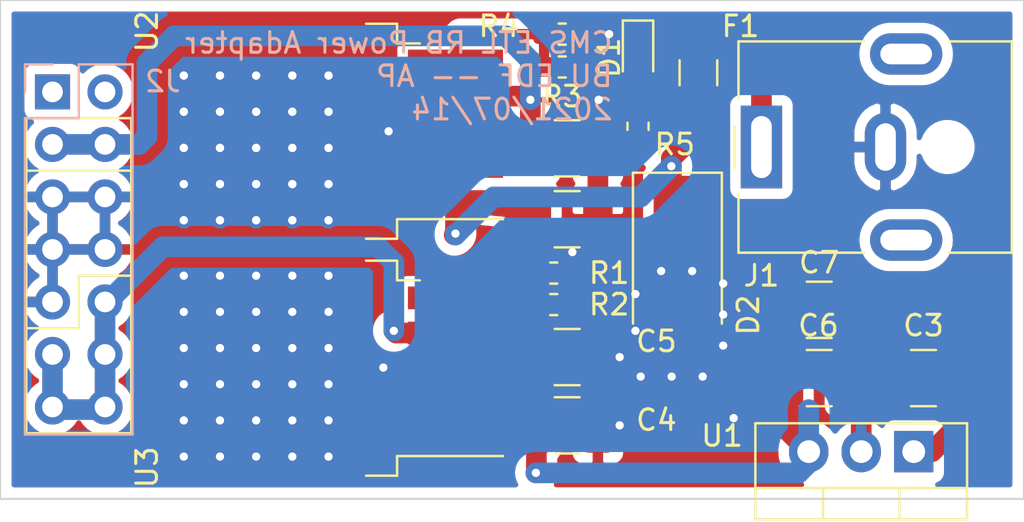
<source format=kicad_pcb>
(kicad_pcb (version 20171130) (host pcbnew 5.1.5+dfsg1-2build2)

  (general
    (thickness 1.6)
    (drawings 19)
    (tracks 233)
    (zones 0)
    (modules 20)
    (nets 12)
  )

  (page A4)
  (layers
    (0 F.Cu signal)
    (31 B.Cu signal hide)
    (32 B.Adhes user hide)
    (33 F.Adhes user hide)
    (34 B.Paste user hide)
    (35 F.Paste user hide)
    (36 B.SilkS user)
    (37 F.SilkS user hide)
    (38 B.Mask user hide)
    (39 F.Mask user hide)
    (40 Dwgs.User user hide)
    (41 Cmts.User user hide)
    (42 Eco1.User user hide)
    (43 Eco2.User user hide)
    (44 Edge.Cuts user hide)
    (45 Margin user hide)
    (46 B.CrtYd user hide)
    (47 F.CrtYd user)
    (48 B.Fab user hide)
    (49 F.Fab user hide)
  )

  (setup
    (last_trace_width 0.5)
    (user_trace_width 0.5)
    (user_trace_width 1)
    (trace_clearance 0.2)
    (zone_clearance 0.508)
    (zone_45_only no)
    (trace_min 0.2)
    (via_size 0.8)
    (via_drill 0.4)
    (via_min_size 0.4)
    (via_min_drill 0.3)
    (uvia_size 0.3)
    (uvia_drill 0.1)
    (uvias_allowed no)
    (uvia_min_size 0.2)
    (uvia_min_drill 0.1)
    (edge_width 0.05)
    (segment_width 0.2)
    (pcb_text_width 0.3)
    (pcb_text_size 1.5 1.5)
    (mod_edge_width 0.12)
    (mod_text_size 1 1)
    (mod_text_width 0.15)
    (pad_size 9.4 10.8)
    (pad_drill 0)
    (pad_to_mask_clearance 0.051)
    (solder_mask_min_width 0.25)
    (aux_axis_origin 0 0)
    (visible_elements FFFFFF7F)
    (pcbplotparams
      (layerselection 0x010fc_ffffffff)
      (usegerberextensions true)
      (usegerberattributes false)
      (usegerberadvancedattributes false)
      (creategerberjobfile false)
      (excludeedgelayer true)
      (linewidth 0.100000)
      (plotframeref false)
      (viasonmask false)
      (mode 1)
      (useauxorigin false)
      (hpglpennumber 1)
      (hpglpenspeed 20)
      (hpglpendiameter 15.000000)
      (psnegative false)
      (psa4output false)
      (plotreference true)
      (plotvalue true)
      (plotinvisibletext false)
      (padsonsilk false)
      (subtractmaskfromsilk false)
      (outputformat 1)
      (mirror false)
      (drillshape 0)
      (scaleselection 1)
      (outputdirectory "gerber/"))
  )

  (net 0 "")
  (net 1 GND)
  (net 2 /3V3)
  (net 3 /1V2)
  (net 4 "Net-(D1-Pad2)")
  (net 5 "Net-(J2-Pad2)")
  (net 6 "Net-(J2-Pad1)")
  (net 7 /9V)
  (net 8 "Net-(R1-Pad1)")
  (net 9 /9V_FUSED)
  (net 10 /8VADJ)
  (net 11 /7.5V)

  (net_class Default "This is the default net class."
    (clearance 0.2)
    (trace_width 0.25)
    (via_dia 0.8)
    (via_drill 0.4)
    (uvia_dia 0.3)
    (uvia_drill 0.1)
    (add_net /1V2)
    (add_net /3V3)
    (add_net /7.5V)
    (add_net /8VADJ)
    (add_net /9V)
    (add_net /9V_FUSED)
    (add_net GND)
    (add_net "Net-(D1-Pad2)")
    (add_net "Net-(J2-Pad1)")
    (add_net "Net-(J2-Pad2)")
    (add_net "Net-(R1-Pad1)")
  )

  (module Capacitor_SMD:C_1210_3225Metric_Pad1.42x2.65mm_HandSolder (layer F.Cu) (tedit 5B301BBE) (tstamp 60EF91C6)
    (at 164.084 102.108)
    (descr "Capacitor SMD 1210 (3225 Metric), square (rectangular) end terminal, IPC_7351 nominal with elongated pad for handsoldering. (Body size source: http://www.tortai-tech.com/upload/download/2011102023233369053.pdf), generated with kicad-footprint-generator")
    (tags "capacitor handsolder")
    (path /60FA38F5)
    (attr smd)
    (fp_text reference C6 (at -0.0365 -2.54) (layer F.SilkS)
      (effects (font (size 1 1) (thickness 0.15)))
    )
    (fp_text value 47uF (at -0.0365 -2.54) (layer F.Fab)
      (effects (font (size 1 1) (thickness 0.15)))
    )
    (fp_text user %R (at 0 0) (layer F.Fab)
      (effects (font (size 0.8 0.8) (thickness 0.12)))
    )
    (fp_line (start 2.45 1.58) (end -2.45 1.58) (layer F.CrtYd) (width 0.05))
    (fp_line (start 2.45 -1.58) (end 2.45 1.58) (layer F.CrtYd) (width 0.05))
    (fp_line (start -2.45 -1.58) (end 2.45 -1.58) (layer F.CrtYd) (width 0.05))
    (fp_line (start -2.45 1.58) (end -2.45 -1.58) (layer F.CrtYd) (width 0.05))
    (fp_line (start -0.602064 1.36) (end 0.602064 1.36) (layer F.SilkS) (width 0.12))
    (fp_line (start -0.602064 -1.36) (end 0.602064 -1.36) (layer F.SilkS) (width 0.12))
    (fp_line (start 1.6 1.25) (end -1.6 1.25) (layer F.Fab) (width 0.1))
    (fp_line (start 1.6 -1.25) (end 1.6 1.25) (layer F.Fab) (width 0.1))
    (fp_line (start -1.6 -1.25) (end 1.6 -1.25) (layer F.Fab) (width 0.1))
    (fp_line (start -1.6 1.25) (end -1.6 -1.25) (layer F.Fab) (width 0.1))
    (pad 2 smd roundrect (at 1.4875 0) (size 1.425 2.65) (layers F.Cu F.Paste F.Mask) (roundrect_rratio 0.175439)
      (net 1 GND))
    (pad 1 smd roundrect (at -1.4875 0) (size 1.425 2.65) (layers F.Cu F.Paste F.Mask) (roundrect_rratio 0.175439)
      (net 2 /3V3))
    (model ${KISYS3DMOD}/Capacitor_SMD.3dshapes/C_1210_3225Metric.wrl
      (at (xyz 0 0 0))
      (scale (xyz 1 1 1))
      (rotate (xyz 0 0 0))
    )
  )

  (module Capacitor_SMD:C_1210_3225Metric_Pad1.42x2.65mm_HandSolder (layer F.Cu) (tedit 5B301BBE) (tstamp 60F06B25)
    (at 164.084 98.806)
    (descr "Capacitor SMD 1210 (3225 Metric), square (rectangular) end terminal, IPC_7351 nominal with elongated pad for handsoldering. (Body size source: http://www.tortai-tech.com/upload/download/2011102023233369053.pdf), generated with kicad-footprint-generator")
    (tags "capacitor handsolder")
    (path /610182FF)
    (attr smd)
    (fp_text reference C7 (at 0 -2.28) (layer F.SilkS)
      (effects (font (size 1 1) (thickness 0.15)))
    )
    (fp_text value 47uF (at 0 2.28) (layer F.Fab)
      (effects (font (size 1 1) (thickness 0.15)))
    )
    (fp_text user %R (at 0 0) (layer F.Fab)
      (effects (font (size 0.8 0.8) (thickness 0.12)))
    )
    (fp_line (start 2.45 1.58) (end -2.45 1.58) (layer F.CrtYd) (width 0.05))
    (fp_line (start 2.45 -1.58) (end 2.45 1.58) (layer F.CrtYd) (width 0.05))
    (fp_line (start -2.45 -1.58) (end 2.45 -1.58) (layer F.CrtYd) (width 0.05))
    (fp_line (start -2.45 1.58) (end -2.45 -1.58) (layer F.CrtYd) (width 0.05))
    (fp_line (start -0.602064 1.36) (end 0.602064 1.36) (layer F.SilkS) (width 0.12))
    (fp_line (start -0.602064 -1.36) (end 0.602064 -1.36) (layer F.SilkS) (width 0.12))
    (fp_line (start 1.6 1.25) (end -1.6 1.25) (layer F.Fab) (width 0.1))
    (fp_line (start 1.6 -1.25) (end 1.6 1.25) (layer F.Fab) (width 0.1))
    (fp_line (start -1.6 -1.25) (end 1.6 -1.25) (layer F.Fab) (width 0.1))
    (fp_line (start -1.6 1.25) (end -1.6 -1.25) (layer F.Fab) (width 0.1))
    (pad 2 smd roundrect (at 1.4875 0) (size 1.425 2.65) (layers F.Cu F.Paste F.Mask) (roundrect_rratio 0.175439)
      (net 1 GND))
    (pad 1 smd roundrect (at -1.4875 0) (size 1.425 2.65) (layers F.Cu F.Paste F.Mask) (roundrect_rratio 0.175439)
      (net 2 /3V3))
    (model ${KISYS3DMOD}/Capacitor_SMD.3dshapes/C_1210_3225Metric.wrl
      (at (xyz 0 0 0))
      (scale (xyz 1 1 1))
      (rotate (xyz 0 0 0))
    )
  )

  (module Diode_SMD:D_SMB_Handsoldering (layer F.Cu) (tedit 590B3D55) (tstamp 60EF7060)
    (at 157.226 96.774 270)
    (descr "Diode SMB (DO-214AA) Handsoldering")
    (tags "Diode SMB (DO-214AA) Handsoldering")
    (path /60B1F2BD)
    (zone_connect 2)
    (attr smd)
    (fp_text reference D2 (at 2.286 -3.429 90) (layer F.SilkS)
      (effects (font (size 1 1) (thickness 0.15)))
    )
    (fp_text value 10V (at 0 3 90) (layer F.Fab)
      (effects (font (size 1 1) (thickness 0.15)))
    )
    (fp_line (start -4.6 -2.15) (end 2.7 -2.15) (layer F.SilkS) (width 0.12))
    (fp_line (start -4.6 2.15) (end 2.7 2.15) (layer F.SilkS) (width 0.12))
    (fp_line (start -0.64944 0.00102) (end 0.50118 -0.79908) (layer F.Fab) (width 0.1))
    (fp_line (start -0.64944 0.00102) (end 0.50118 0.75032) (layer F.Fab) (width 0.1))
    (fp_line (start 0.50118 0.75032) (end 0.50118 -0.79908) (layer F.Fab) (width 0.1))
    (fp_line (start -0.64944 -0.79908) (end -0.64944 0.80112) (layer F.Fab) (width 0.1))
    (fp_line (start 0.50118 0.00102) (end 1.4994 0.00102) (layer F.Fab) (width 0.1))
    (fp_line (start -0.64944 0.00102) (end -1.55114 0.00102) (layer F.Fab) (width 0.1))
    (fp_line (start -4.7 2.25) (end -4.7 -2.25) (layer F.CrtYd) (width 0.05))
    (fp_line (start 4.7 2.25) (end -4.7 2.25) (layer F.CrtYd) (width 0.05))
    (fp_line (start 4.7 -2.25) (end 4.7 2.25) (layer F.CrtYd) (width 0.05))
    (fp_line (start -4.7 -2.25) (end 4.7 -2.25) (layer F.CrtYd) (width 0.05))
    (fp_line (start 2.3 -2) (end -2.3 -2) (layer F.Fab) (width 0.1))
    (fp_line (start 2.3 -2) (end 2.3 2) (layer F.Fab) (width 0.1))
    (fp_line (start -2.3 2) (end -2.3 -2) (layer F.Fab) (width 0.1))
    (fp_line (start 2.3 2) (end -2.3 2) (layer F.Fab) (width 0.1))
    (fp_line (start -4.6 -2.15) (end -4.6 2.15) (layer F.SilkS) (width 0.12))
    (fp_text user %R (at 0 -3 90) (layer F.Fab)
      (effects (font (size 1 1) (thickness 0.15)))
    )
    (pad 2 smd rect (at 2.7 0 270) (size 3.5 2.3) (layers F.Cu F.Paste F.Mask)
      (net 1 GND) (zone_connect 2))
    (pad 1 smd rect (at -2.7 0 270) (size 3.5 2.3) (layers F.Cu F.Paste F.Mask)
      (net 9 /9V_FUSED) (zone_connect 2))
    (model ${KISYS3DMOD}/Diode_SMD.3dshapes/D_SMB.wrl
      (at (xyz 0 0 0))
      (scale (xyz 1 1 1))
      (rotate (xyz 0 0 0))
    )
  )

  (module Package_TO_SOT_SMD:TO-263-5_TabPin3 (layer F.Cu) (tedit 60EF73E0) (tstamp 60EF66BD)
    (at 140.716 90.17 180)
    (descr "TO-263 / D2PAK / DDPAK SMD package, http://www.infineon.com/cms/en/product/packages/PG-TO263/PG-TO263-5-1/")
    (tags "D2PAK DDPAK TO-263 D2PAK-5 TO-263-5 SOT-426")
    (path /60F2A2D3)
    (attr smd)
    (fp_text reference U2 (at 9.144 4.826 90) (layer F.SilkS)
      (effects (font (size 1 1) (thickness 0.15)))
    )
    (fp_text value LT1963EQ (at 1.651 2.54) (layer F.Fab)
      (effects (font (size 1 1) (thickness 0.15)))
    )
    (fp_text user %R (at 1.651 -1.27) (layer F.Fab)
      (effects (font (size 1 1) (thickness 0.15)))
    )
    (fp_line (start 8.32 -5.65) (end -8.32 -5.65) (layer F.CrtYd) (width 0.05))
    (fp_line (start 8.32 5.65) (end 8.32 -5.65) (layer F.CrtYd) (width 0.05))
    (fp_line (start -8.32 5.65) (end 8.32 5.65) (layer F.CrtYd) (width 0.05))
    (fp_line (start -8.32 -5.65) (end -8.32 5.65) (layer F.CrtYd) (width 0.05))
    (fp_line (start -2.95 4.25) (end -4.05 4.25) (layer F.SilkS) (width 0.12))
    (fp_line (start -2.95 5.2) (end -2.95 4.25) (layer F.SilkS) (width 0.12))
    (fp_line (start -1.45 5.2) (end -2.95 5.2) (layer F.SilkS) (width 0.12))
    (fp_line (start -2.95 -4.25) (end -8.075 -4.25) (layer F.SilkS) (width 0.12))
    (fp_line (start -2.95 -5.2) (end -2.95 -4.25) (layer F.SilkS) (width 0.12))
    (fp_line (start -1.45 -5.2) (end -2.95 -5.2) (layer F.SilkS) (width 0.12))
    (fp_line (start -7.45 3.8) (end -2.75 3.8) (layer F.Fab) (width 0.1))
    (fp_line (start -7.45 3) (end -7.45 3.8) (layer F.Fab) (width 0.1))
    (fp_line (start -2.75 3) (end -7.45 3) (layer F.Fab) (width 0.1))
    (fp_line (start -7.45 2.1) (end -2.75 2.1) (layer F.Fab) (width 0.1))
    (fp_line (start -7.45 1.3) (end -7.45 2.1) (layer F.Fab) (width 0.1))
    (fp_line (start -2.75 1.3) (end -7.45 1.3) (layer F.Fab) (width 0.1))
    (fp_line (start -7.45 0.4) (end -2.75 0.4) (layer F.Fab) (width 0.1))
    (fp_line (start -7.45 -0.4) (end -7.45 0.4) (layer F.Fab) (width 0.1))
    (fp_line (start -2.75 -0.4) (end -7.45 -0.4) (layer F.Fab) (width 0.1))
    (fp_line (start -7.45 -1.3) (end -2.75 -1.3) (layer F.Fab) (width 0.1))
    (fp_line (start -7.45 -2.1) (end -7.45 -1.3) (layer F.Fab) (width 0.1))
    (fp_line (start -2.75 -2.1) (end -7.45 -2.1) (layer F.Fab) (width 0.1))
    (fp_line (start -7.45 -3) (end -2.75 -3) (layer F.Fab) (width 0.1))
    (fp_line (start -7.45 -3.8) (end -7.45 -3) (layer F.Fab) (width 0.1))
    (fp_line (start -2.75 -3.8) (end -7.45 -3.8) (layer F.Fab) (width 0.1))
    (fp_line (start -1.75 -5) (end 6.5 -5) (layer F.Fab) (width 0.1))
    (fp_line (start -2.75 -4) (end -1.75 -5) (layer F.Fab) (width 0.1))
    (fp_line (start -2.75 5) (end -2.75 -4) (layer F.Fab) (width 0.1))
    (fp_line (start 6.5 5) (end -2.75 5) (layer F.Fab) (width 0.1))
    (fp_line (start 6.5 -5) (end 6.5 5) (layer F.Fab) (width 0.1))
    (fp_line (start 7.5 5) (end 6.5 5) (layer F.Fab) (width 0.1))
    (fp_line (start 7.5 -5) (end 7.5 5) (layer F.Fab) (width 0.1))
    (fp_line (start 6.5 -5) (end 7.5 -5) (layer F.Fab) (width 0.1))
    (pad "" smd rect (at 0.95 2.775 180) (size 4.55 5.25) (layers F.Paste))
    (pad "" smd rect (at 5.8 -2.775 180) (size 4.55 5.25) (layers F.Paste))
    (pad "" smd rect (at 0.95 -2.775 180) (size 4.55 5.25) (layers F.Paste))
    (pad "" smd rect (at 5.8 2.775 180) (size 4.55 5.25) (layers F.Paste))
    (pad 3 smd rect (at 3.375 0 180) (size 9.4 10.8) (layers F.Cu F.Mask)
      (net 1 GND) (zone_connect 2))
    (pad 5 smd rect (at -5.775 3.4 180) (size 4.6 1.1) (layers F.Cu F.Paste F.Mask)
      (net 10 /8VADJ))
    (pad 4 smd rect (at -5.775 1.7 180) (size 4.6 1.1) (layers F.Cu F.Paste F.Mask)
      (net 11 /7.5V))
    (pad 3 smd rect (at -5.775 0 180) (size 4.6 1.1) (layers F.Cu F.Paste F.Mask)
      (net 1 GND))
    (pad 2 smd rect (at -5.775 -1.7 180) (size 4.6 1.1) (layers F.Cu F.Paste F.Mask)
      (net 9 /9V_FUSED))
    (pad 1 smd rect (at -5.775 -3.4 180) (size 4.6 1.1) (layers F.Cu F.Paste F.Mask)
      (net 9 /9V_FUSED))
    (model ${KISYS3DMOD}/Package_TO_SOT_SMD.3dshapes/TO-263-5_TabPin3.wrl
      (at (xyz 0 0 0))
      (scale (xyz 1 1 1))
      (rotate (xyz 0 0 0))
    )
  )

  (module Capacitor_SMD:C_1210_3225Metric_Pad1.42x2.65mm_HandSolder (layer F.Cu) (tedit 5B301BBE) (tstamp 60EFA488)
    (at 169.1275 102.108 180)
    (descr "Capacitor SMD 1210 (3225 Metric), square (rectangular) end terminal, IPC_7351 nominal with elongated pad for handsoldering. (Body size source: http://www.tortai-tech.com/upload/download/2011102023233369053.pdf), generated with kicad-footprint-generator")
    (tags "capacitor handsolder")
    (path /60F98938)
    (attr smd)
    (fp_text reference C3 (at 0 2.54) (layer F.SilkS)
      (effects (font (size 1 1) (thickness 0.15)))
    )
    (fp_text value 47uF (at 0 2.54) (layer F.Fab)
      (effects (font (size 1 1) (thickness 0.15)))
    )
    (fp_text user %R (at 0 0) (layer F.Fab)
      (effects (font (size 0.8 0.8) (thickness 0.12)))
    )
    (fp_line (start 2.45 1.58) (end -2.45 1.58) (layer F.CrtYd) (width 0.05))
    (fp_line (start 2.45 -1.58) (end 2.45 1.58) (layer F.CrtYd) (width 0.05))
    (fp_line (start -2.45 -1.58) (end 2.45 -1.58) (layer F.CrtYd) (width 0.05))
    (fp_line (start -2.45 1.58) (end -2.45 -1.58) (layer F.CrtYd) (width 0.05))
    (fp_line (start -0.602064 1.36) (end 0.602064 1.36) (layer F.SilkS) (width 0.12))
    (fp_line (start -0.602064 -1.36) (end 0.602064 -1.36) (layer F.SilkS) (width 0.12))
    (fp_line (start 1.6 1.25) (end -1.6 1.25) (layer F.Fab) (width 0.1))
    (fp_line (start 1.6 -1.25) (end 1.6 1.25) (layer F.Fab) (width 0.1))
    (fp_line (start -1.6 -1.25) (end 1.6 -1.25) (layer F.Fab) (width 0.1))
    (fp_line (start -1.6 1.25) (end -1.6 -1.25) (layer F.Fab) (width 0.1))
    (pad 2 smd roundrect (at 1.4875 0 180) (size 1.425 2.65) (layers F.Cu F.Paste F.Mask) (roundrect_rratio 0.175439)
      (net 1 GND))
    (pad 1 smd roundrect (at -1.4875 0 180) (size 1.425 2.65) (layers F.Cu F.Paste F.Mask) (roundrect_rratio 0.175439)
      (net 9 /9V_FUSED))
    (model ${KISYS3DMOD}/Capacitor_SMD.3dshapes/C_1210_3225Metric.wrl
      (at (xyz 0 0 0))
      (scale (xyz 1 1 1))
      (rotate (xyz 0 0 0))
    )
  )

  (module Package_TO_SOT_SMD:TO-263-5_TabPin3 (layer F.Cu) (tedit 60EF73E7) (tstamp 60EF9E1F)
    (at 140.716 101.629 180)
    (descr "TO-263 / D2PAK / DDPAK SMD package, http://www.infineon.com/cms/en/product/packages/PG-TO263/PG-TO263-5-1/")
    (tags "D2PAK DDPAK TO-263 D2PAK-5 TO-263-5 SOT-426")
    (path /60F052C9)
    (attr smd)
    (fp_text reference U3 (at 9.144 -4.797 90) (layer F.SilkS)
      (effects (font (size 1 1) (thickness 0.15)))
    )
    (fp_text value LT1963EQ (at 2.286 2.569) (layer F.Fab)
      (effects (font (size 1 1) (thickness 0.15)))
    )
    (fp_text user %R (at 2.286 -1.241) (layer F.Fab)
      (effects (font (size 1 1) (thickness 0.15)))
    )
    (fp_line (start 8.32 -5.65) (end -8.32 -5.65) (layer F.CrtYd) (width 0.05))
    (fp_line (start 8.32 5.65) (end 8.32 -5.65) (layer F.CrtYd) (width 0.05))
    (fp_line (start -8.32 5.65) (end 8.32 5.65) (layer F.CrtYd) (width 0.05))
    (fp_line (start -8.32 -5.65) (end -8.32 5.65) (layer F.CrtYd) (width 0.05))
    (fp_line (start -2.95 4.25) (end -4.05 4.25) (layer F.SilkS) (width 0.12))
    (fp_line (start -2.95 5.2) (end -2.95 4.25) (layer F.SilkS) (width 0.12))
    (fp_line (start -1.45 5.2) (end -2.95 5.2) (layer F.SilkS) (width 0.12))
    (fp_line (start -2.95 -4.25) (end -8.075 -4.25) (layer F.SilkS) (width 0.12))
    (fp_line (start -2.95 -5.2) (end -2.95 -4.25) (layer F.SilkS) (width 0.12))
    (fp_line (start -1.45 -5.2) (end -2.95 -5.2) (layer F.SilkS) (width 0.12))
    (fp_line (start -7.45 3.8) (end -2.75 3.8) (layer F.Fab) (width 0.1))
    (fp_line (start -7.45 3) (end -7.45 3.8) (layer F.Fab) (width 0.1))
    (fp_line (start -2.75 3) (end -7.45 3) (layer F.Fab) (width 0.1))
    (fp_line (start -7.45 2.1) (end -2.75 2.1) (layer F.Fab) (width 0.1))
    (fp_line (start -7.45 1.3) (end -7.45 2.1) (layer F.Fab) (width 0.1))
    (fp_line (start -2.75 1.3) (end -7.45 1.3) (layer F.Fab) (width 0.1))
    (fp_line (start -7.45 0.4) (end -2.75 0.4) (layer F.Fab) (width 0.1))
    (fp_line (start -7.45 -0.4) (end -7.45 0.4) (layer F.Fab) (width 0.1))
    (fp_line (start -2.75 -0.4) (end -7.45 -0.4) (layer F.Fab) (width 0.1))
    (fp_line (start -7.45 -1.3) (end -2.75 -1.3) (layer F.Fab) (width 0.1))
    (fp_line (start -7.45 -2.1) (end -7.45 -1.3) (layer F.Fab) (width 0.1))
    (fp_line (start -2.75 -2.1) (end -7.45 -2.1) (layer F.Fab) (width 0.1))
    (fp_line (start -7.45 -3) (end -2.75 -3) (layer F.Fab) (width 0.1))
    (fp_line (start -7.45 -3.8) (end -7.45 -3) (layer F.Fab) (width 0.1))
    (fp_line (start -2.75 -3.8) (end -7.45 -3.8) (layer F.Fab) (width 0.1))
    (fp_line (start -1.75 -5) (end 6.5 -5) (layer F.Fab) (width 0.1))
    (fp_line (start -2.75 -4) (end -1.75 -5) (layer F.Fab) (width 0.1))
    (fp_line (start -2.75 5) (end -2.75 -4) (layer F.Fab) (width 0.1))
    (fp_line (start 6.5 5) (end -2.75 5) (layer F.Fab) (width 0.1))
    (fp_line (start 6.5 -5) (end 6.5 5) (layer F.Fab) (width 0.1))
    (fp_line (start 7.5 5) (end 6.5 5) (layer F.Fab) (width 0.1))
    (fp_line (start 7.5 -5) (end 7.5 5) (layer F.Fab) (width 0.1))
    (fp_line (start 6.5 -5) (end 7.5 -5) (layer F.Fab) (width 0.1))
    (pad "" smd rect (at 0.95 2.775 180) (size 4.55 5.25) (layers F.Paste))
    (pad "" smd rect (at 5.8 -2.775 180) (size 4.55 5.25) (layers F.Paste))
    (pad "" smd rect (at 0.95 -2.775 180) (size 4.55 5.25) (layers F.Paste))
    (pad "" smd rect (at 5.8 2.775 180) (size 4.55 5.25) (layers F.Paste))
    (pad 3 smd rect (at 3.375 0 180) (size 9.4 10.8) (layers F.Cu F.Mask)
      (net 1 GND) (zone_connect 2))
    (pad 5 smd rect (at -5.775 3.4 180) (size 4.6 1.1) (layers F.Cu F.Paste F.Mask)
      (net 8 "Net-(R1-Pad1)"))
    (pad 4 smd rect (at -5.775 1.7 180) (size 4.6 1.1) (layers F.Cu F.Paste F.Mask)
      (net 3 /1V2))
    (pad 3 smd rect (at -5.775 0 180) (size 4.6 1.1) (layers F.Cu F.Paste F.Mask)
      (net 1 GND))
    (pad 2 smd rect (at -5.775 -1.7 180) (size 4.6 1.1) (layers F.Cu F.Paste F.Mask)
      (net 2 /3V3))
    (pad 1 smd rect (at -5.775 -3.4 180) (size 4.6 1.1) (layers F.Cu F.Paste F.Mask)
      (net 2 /3V3))
    (model ${KISYS3DMOD}/Package_TO_SOT_SMD.3dshapes/TO-263-5_TabPin3.wrl
      (at (xyz 0 0 0))
      (scale (xyz 1 1 1))
      (rotate (xyz 0 0 0))
    )
  )

  (module Resistor_SMD:R_0603_1608Metric_Pad1.05x0.95mm_HandSolder (layer F.Cu) (tedit 5B301BBD) (tstamp 60EFA6ED)
    (at 151.652 85.471)
    (descr "Resistor SMD 0603 (1608 Metric), square (rectangular) end terminal, IPC_7351 nominal with elongated pad for handsoldering. (Body size source: http://www.tortai-tech.com/upload/download/2011102023233369053.pdf), generated with kicad-footprint-generator")
    (tags "resistor handsolder")
    (path /60F2A2EA)
    (attr smd)
    (fp_text reference R4 (at -3.062 -0.381) (layer F.SilkS)
      (effects (font (size 1 1) (thickness 0.15)))
    )
    (fp_text value 1k (at -2.3 1.905 90) (layer F.Fab)
      (effects (font (size 1 1) (thickness 0.15)))
    )
    (fp_text user %R (at 0 0) (layer F.Fab)
      (effects (font (size 0.4 0.4) (thickness 0.06)))
    )
    (fp_line (start 1.65 0.73) (end -1.65 0.73) (layer F.CrtYd) (width 0.05))
    (fp_line (start 1.65 -0.73) (end 1.65 0.73) (layer F.CrtYd) (width 0.05))
    (fp_line (start -1.65 -0.73) (end 1.65 -0.73) (layer F.CrtYd) (width 0.05))
    (fp_line (start -1.65 0.73) (end -1.65 -0.73) (layer F.CrtYd) (width 0.05))
    (fp_line (start -0.171267 0.51) (end 0.171267 0.51) (layer F.SilkS) (width 0.12))
    (fp_line (start -0.171267 -0.51) (end 0.171267 -0.51) (layer F.SilkS) (width 0.12))
    (fp_line (start 0.8 0.4) (end -0.8 0.4) (layer F.Fab) (width 0.1))
    (fp_line (start 0.8 -0.4) (end 0.8 0.4) (layer F.Fab) (width 0.1))
    (fp_line (start -0.8 -0.4) (end 0.8 -0.4) (layer F.Fab) (width 0.1))
    (fp_line (start -0.8 0.4) (end -0.8 -0.4) (layer F.Fab) (width 0.1))
    (pad 2 smd roundrect (at 0.875 0) (size 1.05 0.95) (layers F.Cu F.Paste F.Mask) (roundrect_rratio 0.25)
      (net 1 GND))
    (pad 1 smd roundrect (at -0.875 0) (size 1.05 0.95) (layers F.Cu F.Paste F.Mask) (roundrect_rratio 0.25)
      (net 10 /8VADJ))
    (model ${KISYS3DMOD}/Resistor_SMD.3dshapes/R_0603_1608Metric.wrl
      (at (xyz 0 0 0))
      (scale (xyz 1 1 1))
      (rotate (xyz 0 0 0))
    )
  )

  (module Resistor_SMD:R_0603_1608Metric_Pad1.05x0.95mm_HandSolder (layer F.Cu) (tedit 5B301BBD) (tstamp 60EF663A)
    (at 151.652 87.0585 180)
    (descr "Resistor SMD 0603 (1608 Metric), square (rectangular) end terminal, IPC_7351 nominal with elongated pad for handsoldering. (Body size source: http://www.tortai-tech.com/upload/download/2011102023233369053.pdf), generated with kicad-footprint-generator")
    (tags "resistor handsolder")
    (path /60F2A2DE)
    (attr smd)
    (fp_text reference R3 (at 0 -1.43) (layer F.SilkS)
      (effects (font (size 1 1) (thickness 0.15)))
    )
    (fp_text value 5.1k (at 2.3 3.2385 90) (layer F.Fab)
      (effects (font (size 1 1) (thickness 0.15)))
    )
    (fp_text user %R (at 0 0) (layer F.Fab)
      (effects (font (size 0.4 0.4) (thickness 0.06)))
    )
    (fp_line (start 1.65 0.73) (end -1.65 0.73) (layer F.CrtYd) (width 0.05))
    (fp_line (start 1.65 -0.73) (end 1.65 0.73) (layer F.CrtYd) (width 0.05))
    (fp_line (start -1.65 -0.73) (end 1.65 -0.73) (layer F.CrtYd) (width 0.05))
    (fp_line (start -1.65 0.73) (end -1.65 -0.73) (layer F.CrtYd) (width 0.05))
    (fp_line (start -0.171267 0.51) (end 0.171267 0.51) (layer F.SilkS) (width 0.12))
    (fp_line (start -0.171267 -0.51) (end 0.171267 -0.51) (layer F.SilkS) (width 0.12))
    (fp_line (start 0.8 0.4) (end -0.8 0.4) (layer F.Fab) (width 0.1))
    (fp_line (start 0.8 -0.4) (end 0.8 0.4) (layer F.Fab) (width 0.1))
    (fp_line (start -0.8 -0.4) (end 0.8 -0.4) (layer F.Fab) (width 0.1))
    (fp_line (start -0.8 0.4) (end -0.8 -0.4) (layer F.Fab) (width 0.1))
    (pad 2 smd roundrect (at 0.875 0 180) (size 1.05 0.95) (layers F.Cu F.Paste F.Mask) (roundrect_rratio 0.25)
      (net 10 /8VADJ))
    (pad 1 smd roundrect (at -0.875 0 180) (size 1.05 0.95) (layers F.Cu F.Paste F.Mask) (roundrect_rratio 0.25)
      (net 11 /7.5V))
    (model ${KISYS3DMOD}/Resistor_SMD.3dshapes/R_0603_1608Metric.wrl
      (at (xyz 0 0 0))
      (scale (xyz 1 1 1))
      (rotate (xyz 0 0 0))
    )
  )

  (module Resistor_SMD:R_0603_1608Metric_Pad1.05x0.95mm_HandSolder (layer F.Cu) (tedit 5B301BBD) (tstamp 60EF6629)
    (at 151.243 98.552 180)
    (descr "Resistor SMD 0603 (1608 Metric), square (rectangular) end terminal, IPC_7351 nominal with elongated pad for handsoldering. (Body size source: http://www.tortai-tech.com/upload/download/2011102023233369053.pdf), generated with kicad-footprint-generator")
    (tags "resistor handsolder")
    (path /60F12BAA)
    (attr smd)
    (fp_text reference R2 (at -2.681 0) (layer F.SilkS)
      (effects (font (size 1 1) (thickness 0.15)))
    )
    (fp_text value 0 (at -2.173 1.524) (layer F.Fab)
      (effects (font (size 1 1) (thickness 0.15)))
    )
    (fp_text user %R (at 0 0) (layer F.Fab)
      (effects (font (size 0.4 0.4) (thickness 0.06)))
    )
    (fp_line (start 1.65 0.73) (end -1.65 0.73) (layer F.CrtYd) (width 0.05))
    (fp_line (start 1.65 -0.73) (end 1.65 0.73) (layer F.CrtYd) (width 0.05))
    (fp_line (start -1.65 -0.73) (end 1.65 -0.73) (layer F.CrtYd) (width 0.05))
    (fp_line (start -1.65 0.73) (end -1.65 -0.73) (layer F.CrtYd) (width 0.05))
    (fp_line (start -0.171267 0.51) (end 0.171267 0.51) (layer F.SilkS) (width 0.12))
    (fp_line (start -0.171267 -0.51) (end 0.171267 -0.51) (layer F.SilkS) (width 0.12))
    (fp_line (start 0.8 0.4) (end -0.8 0.4) (layer F.Fab) (width 0.1))
    (fp_line (start 0.8 -0.4) (end 0.8 0.4) (layer F.Fab) (width 0.1))
    (fp_line (start -0.8 -0.4) (end 0.8 -0.4) (layer F.Fab) (width 0.1))
    (fp_line (start -0.8 0.4) (end -0.8 -0.4) (layer F.Fab) (width 0.1))
    (pad 2 smd roundrect (at 0.875 0 180) (size 1.05 0.95) (layers F.Cu F.Paste F.Mask) (roundrect_rratio 0.25)
      (net 8 "Net-(R1-Pad1)"))
    (pad 1 smd roundrect (at -0.875 0 180) (size 1.05 0.95) (layers F.Cu F.Paste F.Mask) (roundrect_rratio 0.25)
      (net 3 /1V2))
    (model ${KISYS3DMOD}/Resistor_SMD.3dshapes/R_0603_1608Metric.wrl
      (at (xyz 0 0 0))
      (scale (xyz 1 1 1))
      (rotate (xyz 0 0 0))
    )
  )

  (module Resistor_SMD:R_0603_1608Metric_Pad1.05x0.95mm_HandSolder (layer F.Cu) (tedit 5B301BBD) (tstamp 60EF6618)
    (at 151.243 97.028)
    (descr "Resistor SMD 0603 (1608 Metric), square (rectangular) end terminal, IPC_7351 nominal with elongated pad for handsoldering. (Body size source: http://www.tortai-tech.com/upload/download/2011102023233369053.pdf), generated with kicad-footprint-generator")
    (tags "resistor handsolder")
    (path /60F13269)
    (attr smd)
    (fp_text reference R1 (at 2.681 0) (layer F.SilkS)
      (effects (font (size 1 1) (thickness 0.15)))
    )
    (fp_text value 1G (at 2.681 1.43) (layer F.Fab)
      (effects (font (size 1 1) (thickness 0.15)))
    )
    (fp_text user %R (at 0 0) (layer F.Fab)
      (effects (font (size 0.4 0.4) (thickness 0.06)))
    )
    (fp_line (start 1.65 0.73) (end -1.65 0.73) (layer F.CrtYd) (width 0.05))
    (fp_line (start 1.65 -0.73) (end 1.65 0.73) (layer F.CrtYd) (width 0.05))
    (fp_line (start -1.65 -0.73) (end 1.65 -0.73) (layer F.CrtYd) (width 0.05))
    (fp_line (start -1.65 0.73) (end -1.65 -0.73) (layer F.CrtYd) (width 0.05))
    (fp_line (start -0.171267 0.51) (end 0.171267 0.51) (layer F.SilkS) (width 0.12))
    (fp_line (start -0.171267 -0.51) (end 0.171267 -0.51) (layer F.SilkS) (width 0.12))
    (fp_line (start 0.8 0.4) (end -0.8 0.4) (layer F.Fab) (width 0.1))
    (fp_line (start 0.8 -0.4) (end 0.8 0.4) (layer F.Fab) (width 0.1))
    (fp_line (start -0.8 -0.4) (end 0.8 -0.4) (layer F.Fab) (width 0.1))
    (fp_line (start -0.8 0.4) (end -0.8 -0.4) (layer F.Fab) (width 0.1))
    (pad 2 smd roundrect (at 0.875 0) (size 1.05 0.95) (layers F.Cu F.Paste F.Mask) (roundrect_rratio 0.25)
      (net 1 GND))
    (pad 1 smd roundrect (at -0.875 0) (size 1.05 0.95) (layers F.Cu F.Paste F.Mask) (roundrect_rratio 0.25)
      (net 8 "Net-(R1-Pad1)"))
    (model ${KISYS3DMOD}/Resistor_SMD.3dshapes/R_0603_1608Metric.wrl
      (at (xyz 0 0 0))
      (scale (xyz 1 1 1))
      (rotate (xyz 0 0 0))
    )
  )

  (module Capacitor_SMD:C_1210_3225Metric_Pad1.42x2.65mm_HandSolder (layer F.Cu) (tedit 5B301BBE) (tstamp 60EFAC84)
    (at 151.892 94.4245)
    (descr "Capacitor SMD 1210 (3225 Metric), square (rectangular) end terminal, IPC_7351 nominal with elongated pad for handsoldering. (Body size source: http://www.tortai-tech.com/upload/download/2011102023233369053.pdf), generated with kicad-footprint-generator")
    (tags "capacitor handsolder")
    (path /60F5C6AE)
    (attr smd)
    (fp_text reference C2 (at 0 -2.28) (layer F.SilkS) hide
      (effects (font (size 1 1) (thickness 0.15)))
    )
    (fp_text value 47uF (at -2.667 0.1905 90) (layer F.Fab)
      (effects (font (size 1 1) (thickness 0.15)))
    )
    (fp_text user %R (at 0 0) (layer F.Fab)
      (effects (font (size 0.8 0.8) (thickness 0.12)))
    )
    (fp_line (start 2.45 1.58) (end -2.45 1.58) (layer F.CrtYd) (width 0.05))
    (fp_line (start 2.45 -1.58) (end 2.45 1.58) (layer F.CrtYd) (width 0.05))
    (fp_line (start -2.45 -1.58) (end 2.45 -1.58) (layer F.CrtYd) (width 0.05))
    (fp_line (start -2.45 1.58) (end -2.45 -1.58) (layer F.CrtYd) (width 0.05))
    (fp_line (start -0.602064 1.36) (end 0.602064 1.36) (layer F.SilkS) (width 0.12))
    (fp_line (start -0.602064 -1.36) (end 0.602064 -1.36) (layer F.SilkS) (width 0.12))
    (fp_line (start 1.6 1.25) (end -1.6 1.25) (layer F.Fab) (width 0.1))
    (fp_line (start 1.6 -1.25) (end 1.6 1.25) (layer F.Fab) (width 0.1))
    (fp_line (start -1.6 -1.25) (end 1.6 -1.25) (layer F.Fab) (width 0.1))
    (fp_line (start -1.6 1.25) (end -1.6 -1.25) (layer F.Fab) (width 0.1))
    (pad 2 smd roundrect (at 1.4875 0) (size 1.425 2.65) (layers F.Cu F.Paste F.Mask) (roundrect_rratio 0.175439)
      (net 1 GND))
    (pad 1 smd roundrect (at -1.4875 0) (size 1.425 2.65) (layers F.Cu F.Paste F.Mask) (roundrect_rratio 0.175439)
      (net 9 /9V_FUSED))
    (model ${KISYS3DMOD}/Capacitor_SMD.3dshapes/C_1210_3225Metric.wrl
      (at (xyz 0 0 0))
      (scale (xyz 1 1 1))
      (rotate (xyz 0 0 0))
    )
  )

  (module Capacitor_SMD:C_1210_3225Metric_Pad1.42x2.65mm_HandSolder (layer F.Cu) (tedit 5B301BBE) (tstamp 60B1D276)
    (at 151.892 104.394)
    (descr "Capacitor SMD 1210 (3225 Metric), square (rectangular) end terminal, IPC_7351 nominal with elongated pad for handsoldering. (Body size source: http://www.tortai-tech.com/upload/download/2011102023233369053.pdf), generated with kicad-footprint-generator")
    (tags "capacitor handsolder")
    (path /60BDC642)
    (attr smd)
    (fp_text reference C5 (at 4.318 -4.064) (layer F.SilkS)
      (effects (font (size 1 1) (thickness 0.15)))
    )
    (fp_text value 47uF (at -2.54 0.762 90) (layer F.Fab)
      (effects (font (size 1 1) (thickness 0.15)))
    )
    (fp_text user %R (at 0 0) (layer F.Fab)
      (effects (font (size 0.8 0.8) (thickness 0.12)))
    )
    (fp_line (start 2.45 1.58) (end -2.45 1.58) (layer F.CrtYd) (width 0.05))
    (fp_line (start 2.45 -1.58) (end 2.45 1.58) (layer F.CrtYd) (width 0.05))
    (fp_line (start -2.45 -1.58) (end 2.45 -1.58) (layer F.CrtYd) (width 0.05))
    (fp_line (start -2.45 1.58) (end -2.45 -1.58) (layer F.CrtYd) (width 0.05))
    (fp_line (start -0.602064 1.36) (end 0.602064 1.36) (layer F.SilkS) (width 0.12))
    (fp_line (start -0.602064 -1.36) (end 0.602064 -1.36) (layer F.SilkS) (width 0.12))
    (fp_line (start 1.6 1.25) (end -1.6 1.25) (layer F.Fab) (width 0.1))
    (fp_line (start 1.6 -1.25) (end 1.6 1.25) (layer F.Fab) (width 0.1))
    (fp_line (start -1.6 -1.25) (end 1.6 -1.25) (layer F.Fab) (width 0.1))
    (fp_line (start -1.6 1.25) (end -1.6 -1.25) (layer F.Fab) (width 0.1))
    (pad 2 smd roundrect (at 1.4875 0) (size 1.425 2.65) (layers F.Cu F.Paste F.Mask) (roundrect_rratio 0.175439)
      (net 1 GND))
    (pad 1 smd roundrect (at -1.4875 0) (size 1.425 2.65) (layers F.Cu F.Paste F.Mask) (roundrect_rratio 0.175439)
      (net 2 /3V3))
    (model ${KISYS3DMOD}/Capacitor_SMD.3dshapes/C_1210_3225Metric.wrl
      (at (xyz 0 0 0))
      (scale (xyz 1 1 1))
      (rotate (xyz 0 0 0))
    )
  )

  (module Package_TO_SOT_THT:TO-220-3_Vertical (layer F.Cu) (tedit 5AC8BA0D) (tstamp 60EFA4F4)
    (at 168.656 105.664 180)
    (descr "TO-220-3, Vertical, RM 2.54mm, see https://www.vishay.com/docs/66542/to-220-1.pdf")
    (tags "TO-220-3 Vertical RM 2.54mm")
    (path /60B3720C)
    (fp_text reference U1 (at 9.271 0.762) (layer F.SilkS)
      (effects (font (size 1 1) (thickness 0.15)))
    )
    (fp_text value L7805 (at 1.016 -0.508) (layer F.Fab)
      (effects (font (size 1 1) (thickness 0.15)))
    )
    (fp_text user %R (at 5.461 -0.508) (layer F.Fab)
      (effects (font (size 1 1) (thickness 0.15)))
    )
    (fp_line (start 7.79 -3.4) (end -2.71 -3.4) (layer F.CrtYd) (width 0.05))
    (fp_line (start 7.79 1.51) (end 7.79 -3.4) (layer F.CrtYd) (width 0.05))
    (fp_line (start -2.71 1.51) (end 7.79 1.51) (layer F.CrtYd) (width 0.05))
    (fp_line (start -2.71 -3.4) (end -2.71 1.51) (layer F.CrtYd) (width 0.05))
    (fp_line (start 4.391 -3.27) (end 4.391 -1.76) (layer F.SilkS) (width 0.12))
    (fp_line (start 0.69 -3.27) (end 0.69 -1.76) (layer F.SilkS) (width 0.12))
    (fp_line (start -2.58 -1.76) (end 7.66 -1.76) (layer F.SilkS) (width 0.12))
    (fp_line (start 7.66 -3.27) (end 7.66 1.371) (layer F.SilkS) (width 0.12))
    (fp_line (start -2.58 -3.27) (end -2.58 1.371) (layer F.SilkS) (width 0.12))
    (fp_line (start -2.58 1.371) (end 7.66 1.371) (layer F.SilkS) (width 0.12))
    (fp_line (start -2.58 -3.27) (end 7.66 -3.27) (layer F.SilkS) (width 0.12))
    (fp_line (start 4.39 -3.15) (end 4.39 -1.88) (layer F.Fab) (width 0.1))
    (fp_line (start 0.69 -3.15) (end 0.69 -1.88) (layer F.Fab) (width 0.1))
    (fp_line (start -2.46 -1.88) (end 7.54 -1.88) (layer F.Fab) (width 0.1))
    (fp_line (start 7.54 -3.15) (end -2.46 -3.15) (layer F.Fab) (width 0.1))
    (fp_line (start 7.54 1.25) (end 7.54 -3.15) (layer F.Fab) (width 0.1))
    (fp_line (start -2.46 1.25) (end 7.54 1.25) (layer F.Fab) (width 0.1))
    (fp_line (start -2.46 -3.15) (end -2.46 1.25) (layer F.Fab) (width 0.1))
    (pad 3 thru_hole oval (at 5.08 0 180) (size 1.905 2) (drill 1.1) (layers *.Cu *.Mask)
      (net 2 /3V3))
    (pad 2 thru_hole oval (at 2.54 0 180) (size 1.905 2) (drill 1.1) (layers *.Cu *.Mask)
      (net 1 GND))
    (pad 1 thru_hole rect (at 0 0 180) (size 1.905 2) (drill 1.1) (layers *.Cu *.Mask)
      (net 9 /9V_FUSED))
    (model ${KISYS3DMOD}/Package_TO_SOT_THT.3dshapes/TO-220-3_Vertical.wrl
      (at (xyz 0 0 0))
      (scale (xyz 1 1 1))
      (rotate (xyz 0 0 0))
    )
  )

  (module Connector_BarrelJack:BarrelJack_CUI_PJ-063AH_Horizontal (layer F.Cu) (tedit 5B0886BD) (tstamp 60B1CCEE)
    (at 161.29 90.932 90)
    (descr "Barrel Jack, 2.0mm ID, 5.5mm OD, 24V, 8A, no switch, https://www.cui.com/product/resource/pj-063ah.pdf")
    (tags "barrel jack cui dc power")
    (path /60BB26EE)
    (fp_text reference J1 (at -6.223 0 180) (layer F.SilkS)
      (effects (font (size 1 1) (thickness 0.15)))
    )
    (fp_text value Barrel_Jack (at -2.413 5.715) (layer F.Fab)
      (effects (font (size 1 1) (thickness 0.15)))
    )
    (fp_text user %R (at 0 5.5 180) (layer F.Fab)
      (effects (font (size 1 1) (thickness 0.15)))
    )
    (fp_line (start 6 -1.5) (end -6 -1.5) (layer F.CrtYd) (width 0.05))
    (fp_line (start 6 12.5) (end 6 -1.5) (layer F.CrtYd) (width 0.05))
    (fp_line (start -6 12.5) (end 6 12.5) (layer F.CrtYd) (width 0.05))
    (fp_line (start -6 -1.5) (end -6 12.5) (layer F.CrtYd) (width 0.05))
    (fp_line (start -1 -1.3) (end 1 -1.3) (layer F.SilkS) (width 0.12))
    (fp_line (start -5.11 12.11) (end -5.11 9.05) (layer F.SilkS) (width 0.12))
    (fp_line (start 5.11 12.11) (end -5.11 12.11) (layer F.SilkS) (width 0.12))
    (fp_line (start 5.11 9.05) (end 5.11 12.11) (layer F.SilkS) (width 0.12))
    (fp_line (start 5.11 -1.11) (end 5.11 4.95) (layer F.SilkS) (width 0.12))
    (fp_line (start 2.3 -1.11) (end 5.11 -1.11) (layer F.SilkS) (width 0.12))
    (fp_line (start -5.11 -1.11) (end -2.3 -1.11) (layer F.SilkS) (width 0.12))
    (fp_line (start -5.11 4.95) (end -5.11 -1.11) (layer F.SilkS) (width 0.12))
    (fp_line (start -5 12) (end -5 -1) (layer F.Fab) (width 0.1))
    (fp_line (start 5 12) (end -5 12) (layer F.Fab) (width 0.1))
    (fp_line (start 5 -1) (end 5 12) (layer F.Fab) (width 0.1))
    (fp_line (start 1 -1) (end 5 -1) (layer F.Fab) (width 0.1))
    (fp_line (start 0 0) (end 1 -1) (layer F.Fab) (width 0.1))
    (fp_line (start -1 -1) (end 0 0) (layer F.Fab) (width 0.1))
    (fp_line (start -5 -1) (end -1 -1) (layer F.Fab) (width 0.1))
    (pad "" np_thru_hole circle (at 0 9 90) (size 1.6 1.6) (drill 1.6) (layers *.Cu *.Mask))
    (pad MP thru_hole oval (at 4.5 7 90) (size 2 3.5) (drill oval 1 2.5) (layers *.Cu *.Mask))
    (pad MP thru_hole oval (at -4.5 7 90) (size 2 3.5) (drill oval 1 2.5) (layers *.Cu *.Mask))
    (pad 2 thru_hole oval (at 0 6 90) (size 3.3 2) (drill oval 2.3 1) (layers *.Cu *.Mask)
      (net 1 GND))
    (pad 1 thru_hole rect (at 0 0 90) (size 4 2) (drill oval 3 1) (layers *.Cu *.Mask)
      (net 7 /9V))
    (model ${KISYS3DMOD}/Connector_BarrelJack.3dshapes/BarrelJack_CUI_PJ-063AH_Horizontal.wrl
      (at (xyz 0 0 0))
      (scale (xyz 1 1 1))
      (rotate (xyz 0 0 0))
    )
  )

  (module Resistor_SMD:R_0603_1608Metric_Pad1.05x0.95mm_HandSolder (layer F.Cu) (tedit 5B301BBD) (tstamp 60EF70E2)
    (at 155.321 89.93 270)
    (descr "Resistor SMD 0603 (1608 Metric), square (rectangular) end terminal, IPC_7351 nominal with elongated pad for handsoldering. (Body size source: http://www.tortai-tech.com/upload/download/2011102023233369053.pdf), generated with kicad-footprint-generator")
    (tags "resistor handsolder")
    (path /60B1374A)
    (attr smd)
    (fp_text reference R5 (at 0.875 -1.778) (layer F.SilkS)
      (effects (font (size 1 1) (thickness 0.15)))
    )
    (fp_text value 1k (at 2.78 -0.254 90) (layer F.Fab)
      (effects (font (size 1 1) (thickness 0.15)))
    )
    (fp_text user %R (at 0 0 90) (layer F.Fab)
      (effects (font (size 0.4 0.4) (thickness 0.06)))
    )
    (fp_line (start 1.65 0.73) (end -1.65 0.73) (layer F.CrtYd) (width 0.05))
    (fp_line (start 1.65 -0.73) (end 1.65 0.73) (layer F.CrtYd) (width 0.05))
    (fp_line (start -1.65 -0.73) (end 1.65 -0.73) (layer F.CrtYd) (width 0.05))
    (fp_line (start -1.65 0.73) (end -1.65 -0.73) (layer F.CrtYd) (width 0.05))
    (fp_line (start -0.171267 0.51) (end 0.171267 0.51) (layer F.SilkS) (width 0.12))
    (fp_line (start -0.171267 -0.51) (end 0.171267 -0.51) (layer F.SilkS) (width 0.12))
    (fp_line (start 0.8 0.4) (end -0.8 0.4) (layer F.Fab) (width 0.1))
    (fp_line (start 0.8 -0.4) (end 0.8 0.4) (layer F.Fab) (width 0.1))
    (fp_line (start -0.8 -0.4) (end 0.8 -0.4) (layer F.Fab) (width 0.1))
    (fp_line (start -0.8 0.4) (end -0.8 -0.4) (layer F.Fab) (width 0.1))
    (pad 2 smd roundrect (at 0.875 0 270) (size 1.05 0.95) (layers F.Cu F.Paste F.Mask) (roundrect_rratio 0.25)
      (net 1 GND))
    (pad 1 smd roundrect (at -0.875 0 270) (size 1.05 0.95) (layers F.Cu F.Paste F.Mask) (roundrect_rratio 0.25)
      (net 4 "Net-(D1-Pad2)"))
    (model ${KISYS3DMOD}/Resistor_SMD.3dshapes/R_0603_1608Metric.wrl
      (at (xyz 0 0 0))
      (scale (xyz 1 1 1))
      (rotate (xyz 0 0 0))
    )
  )

  (module Connector_PinSocket_2.54mm:PinSocket_2x07_P2.54mm_Vertical (layer B.Cu) (tedit 5A19A421) (tstamp 60EFA8EF)
    (at 127 88.265 180)
    (descr "Through hole straight socket strip, 2x07, 2.54mm pitch, double cols (from Kicad 4.0.7), script generated")
    (tags "Through hole socket strip THT 2x07 2.54mm double row")
    (path /60B12E9C)
    (fp_text reference J2 (at -5.334 0.508) (layer B.SilkS)
      (effects (font (size 1 1) (thickness 0.15)) (justify mirror))
    )
    (fp_text value Conn_02x07_Odd_Even (at 3.048 -7.62 90) (layer B.Fab)
      (effects (font (size 1 1) (thickness 0.15)) (justify mirror))
    )
    (fp_text user %R (at -1.27 -7.62 -90) (layer B.Fab)
      (effects (font (size 1 1) (thickness 0.15)) (justify mirror))
    )
    (fp_line (start -4.34 -17) (end -4.34 1.8) (layer B.CrtYd) (width 0.05))
    (fp_line (start 1.76 -17) (end -4.34 -17) (layer B.CrtYd) (width 0.05))
    (fp_line (start 1.76 1.8) (end 1.76 -17) (layer B.CrtYd) (width 0.05))
    (fp_line (start -4.34 1.8) (end 1.76 1.8) (layer B.CrtYd) (width 0.05))
    (fp_line (start 0 1.33) (end 1.33 1.33) (layer B.SilkS) (width 0.12))
    (fp_line (start 1.33 1.33) (end 1.33 0) (layer B.SilkS) (width 0.12))
    (fp_line (start -1.27 1.33) (end -1.27 -1.27) (layer B.SilkS) (width 0.12))
    (fp_line (start -1.27 -1.27) (end 1.33 -1.27) (layer B.SilkS) (width 0.12))
    (fp_line (start 1.33 -1.27) (end 1.33 -16.57) (layer B.SilkS) (width 0.12))
    (fp_line (start -3.87 -16.57) (end 1.33 -16.57) (layer B.SilkS) (width 0.12))
    (fp_line (start -3.87 1.33) (end -3.87 -16.57) (layer B.SilkS) (width 0.12))
    (fp_line (start -3.87 1.33) (end -1.27 1.33) (layer B.SilkS) (width 0.12))
    (fp_line (start -3.81 -16.51) (end -3.81 1.27) (layer B.Fab) (width 0.1))
    (fp_line (start 1.27 -16.51) (end -3.81 -16.51) (layer B.Fab) (width 0.1))
    (fp_line (start 1.27 0.27) (end 1.27 -16.51) (layer B.Fab) (width 0.1))
    (fp_line (start 0.27 1.27) (end 1.27 0.27) (layer B.Fab) (width 0.1))
    (fp_line (start -3.81 1.27) (end 0.27 1.27) (layer B.Fab) (width 0.1))
    (pad 14 thru_hole oval (at -2.54 -15.24 180) (size 1.7 1.7) (drill 1) (layers *.Cu *.Mask)
      (net 3 /1V2))
    (pad 13 thru_hole oval (at 0 -15.24 180) (size 1.7 1.7) (drill 1) (layers *.Cu *.Mask)
      (net 3 /1V2))
    (pad 12 thru_hole oval (at -2.54 -12.7 180) (size 1.7 1.7) (drill 1) (layers *.Cu *.Mask)
      (net 3 /1V2))
    (pad 11 thru_hole oval (at 0 -12.7 180) (size 1.7 1.7) (drill 1) (layers *.Cu *.Mask)
      (net 3 /1V2))
    (pad 10 thru_hole oval (at -2.54 -10.16 180) (size 1.7 1.7) (drill 1) (layers *.Cu *.Mask)
      (net 3 /1V2))
    (pad 9 thru_hole oval (at 0 -10.16 180) (size 1.7 1.7) (drill 1) (layers *.Cu *.Mask)
      (net 1 GND))
    (pad 8 thru_hole oval (at -2.54 -7.62 180) (size 1.7 1.7) (drill 1) (layers *.Cu *.Mask)
      (net 1 GND))
    (pad 7 thru_hole oval (at 0 -7.62 180) (size 1.7 1.7) (drill 1) (layers *.Cu *.Mask)
      (net 1 GND))
    (pad 6 thru_hole oval (at -2.54 -5.08 180) (size 1.7 1.7) (drill 1) (layers *.Cu *.Mask)
      (net 1 GND))
    (pad 5 thru_hole oval (at 0 -5.08 180) (size 1.7 1.7) (drill 1) (layers *.Cu *.Mask)
      (net 1 GND))
    (pad 4 thru_hole oval (at -2.54 -2.54 180) (size 1.7 1.7) (drill 1) (layers *.Cu *.Mask)
      (net 11 /7.5V))
    (pad 3 thru_hole oval (at 0 -2.54 180) (size 1.7 1.7) (drill 1) (layers *.Cu *.Mask)
      (net 11 /7.5V))
    (pad 2 thru_hole oval (at -2.54 0 180) (size 1.7 1.7) (drill 1) (layers *.Cu *.Mask)
      (net 5 "Net-(J2-Pad2)"))
    (pad 1 thru_hole rect (at 0 0 180) (size 1.7 1.7) (drill 1) (layers *.Cu *.Mask)
      (net 6 "Net-(J2-Pad1)"))
    (model ${KISYS3DMOD}/Connector_PinSocket_2.54mm.3dshapes/PinSocket_2x07_P2.54mm_Vertical.wrl
      (at (xyz 0 0 0))
      (scale (xyz 1 1 1))
      (rotate (xyz 0 0 0))
    )
  )

  (module Fuse:Fuse_1206_3216Metric_Pad1.42x1.75mm_HandSolder (layer F.Cu) (tedit 5B301BBE) (tstamp 60EF70A6)
    (at 158.242 87.3395 90)
    (descr "Fuse SMD 1206 (3216 Metric), square (rectangular) end terminal, IPC_7351 nominal with elongated pad for handsoldering. (Body size source: http://www.tortai-tech.com/upload/download/2011102023233369053.pdf), generated with kicad-footprint-generator")
    (tags "resistor handsolder")
    (path /60BB860F)
    (attr smd)
    (fp_text reference F1 (at 2.2495 2.032 180) (layer F.SilkS)
      (effects (font (size 1 1) (thickness 0.15)))
    )
    (fp_text value Fuse (at 0 -1.397 90) (layer F.Fab)
      (effects (font (size 1 1) (thickness 0.15)))
    )
    (fp_text user %R (at 0 0 90) (layer F.Fab)
      (effects (font (size 0.8 0.8) (thickness 0.12)))
    )
    (fp_line (start 2.45 1.12) (end -2.45 1.12) (layer F.CrtYd) (width 0.05))
    (fp_line (start 2.45 -1.12) (end 2.45 1.12) (layer F.CrtYd) (width 0.05))
    (fp_line (start -2.45 -1.12) (end 2.45 -1.12) (layer F.CrtYd) (width 0.05))
    (fp_line (start -2.45 1.12) (end -2.45 -1.12) (layer F.CrtYd) (width 0.05))
    (fp_line (start -0.602064 0.91) (end 0.602064 0.91) (layer F.SilkS) (width 0.12))
    (fp_line (start -0.602064 -0.91) (end 0.602064 -0.91) (layer F.SilkS) (width 0.12))
    (fp_line (start 1.6 0.8) (end -1.6 0.8) (layer F.Fab) (width 0.1))
    (fp_line (start 1.6 -0.8) (end 1.6 0.8) (layer F.Fab) (width 0.1))
    (fp_line (start -1.6 -0.8) (end 1.6 -0.8) (layer F.Fab) (width 0.1))
    (fp_line (start -1.6 0.8) (end -1.6 -0.8) (layer F.Fab) (width 0.1))
    (pad 2 smd roundrect (at 1.4875 0 90) (size 1.425 1.75) (layers F.Cu F.Paste F.Mask) (roundrect_rratio 0.175439)
      (net 7 /9V))
    (pad 1 smd roundrect (at -1.4875 0 90) (size 1.425 1.75) (layers F.Cu F.Paste F.Mask) (roundrect_rratio 0.175439)
      (net 9 /9V_FUSED))
    (model ${KISYS3DMOD}/Fuse.3dshapes/Fuse_1206_3216Metric.wrl
      (at (xyz 0 0 0))
      (scale (xyz 1 1 1))
      (rotate (xyz 0 0 0))
    )
  )

  (module LED_SMD:LED_0603_1608Metric_Pad1.05x0.95mm_HandSolder (layer F.Cu) (tedit 5B4B45C9) (tstamp 60EFAD16)
    (at 155.321 86.473 270)
    (descr "LED SMD 0603 (1608 Metric), square (rectangular) end terminal, IPC_7351 nominal, (Body size source: http://www.tortai-tech.com/upload/download/2011102023233369053.pdf), generated with kicad-footprint-generator")
    (tags "LED handsolder")
    (path /60B20D54)
    (attr smd)
    (fp_text reference D1 (at 0.141 1.397 270) (layer F.SilkS)
      (effects (font (size 1 1) (thickness 0.15)))
    )
    (fp_text value LED (at -2.653 -0.254 180) (layer F.Fab)
      (effects (font (size 1 1) (thickness 0.15)))
    )
    (fp_text user %R (at 0 0 90) (layer F.Fab)
      (effects (font (size 0.4 0.4) (thickness 0.06)))
    )
    (fp_line (start 1.65 0.73) (end -1.65 0.73) (layer F.CrtYd) (width 0.05))
    (fp_line (start 1.65 -0.73) (end 1.65 0.73) (layer F.CrtYd) (width 0.05))
    (fp_line (start -1.65 -0.73) (end 1.65 -0.73) (layer F.CrtYd) (width 0.05))
    (fp_line (start -1.65 0.73) (end -1.65 -0.73) (layer F.CrtYd) (width 0.05))
    (fp_line (start -1.66 0.735) (end 0.8 0.735) (layer F.SilkS) (width 0.12))
    (fp_line (start -1.66 -0.735) (end -1.66 0.735) (layer F.SilkS) (width 0.12))
    (fp_line (start 0.8 -0.735) (end -1.66 -0.735) (layer F.SilkS) (width 0.12))
    (fp_line (start 0.8 0.4) (end 0.8 -0.4) (layer F.Fab) (width 0.1))
    (fp_line (start -0.8 0.4) (end 0.8 0.4) (layer F.Fab) (width 0.1))
    (fp_line (start -0.8 -0.1) (end -0.8 0.4) (layer F.Fab) (width 0.1))
    (fp_line (start -0.5 -0.4) (end -0.8 -0.1) (layer F.Fab) (width 0.1))
    (fp_line (start 0.8 -0.4) (end -0.5 -0.4) (layer F.Fab) (width 0.1))
    (pad 2 smd roundrect (at 0.875 0 270) (size 1.05 0.95) (layers F.Cu F.Paste F.Mask) (roundrect_rratio 0.25)
      (net 4 "Net-(D1-Pad2)"))
    (pad 1 smd roundrect (at -0.875 0 270) (size 1.05 0.95) (layers F.Cu F.Paste F.Mask) (roundrect_rratio 0.25)
      (net 9 /9V_FUSED))
    (model ${KISYS3DMOD}/LED_SMD.3dshapes/LED_0603_1608Metric.wrl
      (at (xyz 0 0 0))
      (scale (xyz 1 1 1))
      (rotate (xyz 0 0 0))
    )
  )

  (module Capacitor_SMD:C_1210_3225Metric_Pad1.42x2.65mm_HandSolder (layer F.Cu) (tedit 5B301BBE) (tstamp 60B1CD36)
    (at 151.892 101.092)
    (descr "Capacitor SMD 1210 (3225 Metric), square (rectangular) end terminal, IPC_7351 nominal with elongated pad for handsoldering. (Body size source: http://www.tortai-tech.com/upload/download/2011102023233369053.pdf), generated with kicad-footprint-generator")
    (tags "capacitor handsolder")
    (path /60BA210E)
    (attr smd)
    (fp_text reference C4 (at 4.318 3.048) (layer F.SilkS)
      (effects (font (size 1 1) (thickness 0.15)))
    )
    (fp_text value 47uF (at -2.54 0 90) (layer F.Fab)
      (effects (font (size 1 1) (thickness 0.15)))
    )
    (fp_text user %R (at 0 0) (layer F.Fab)
      (effects (font (size 0.8 0.8) (thickness 0.12)))
    )
    (fp_line (start 2.45 1.58) (end -2.45 1.58) (layer F.CrtYd) (width 0.05))
    (fp_line (start 2.45 -1.58) (end 2.45 1.58) (layer F.CrtYd) (width 0.05))
    (fp_line (start -2.45 -1.58) (end 2.45 -1.58) (layer F.CrtYd) (width 0.05))
    (fp_line (start -2.45 1.58) (end -2.45 -1.58) (layer F.CrtYd) (width 0.05))
    (fp_line (start -0.602064 1.36) (end 0.602064 1.36) (layer F.SilkS) (width 0.12))
    (fp_line (start -0.602064 -1.36) (end 0.602064 -1.36) (layer F.SilkS) (width 0.12))
    (fp_line (start 1.6 1.25) (end -1.6 1.25) (layer F.Fab) (width 0.1))
    (fp_line (start 1.6 -1.25) (end 1.6 1.25) (layer F.Fab) (width 0.1))
    (fp_line (start -1.6 -1.25) (end 1.6 -1.25) (layer F.Fab) (width 0.1))
    (fp_line (start -1.6 1.25) (end -1.6 -1.25) (layer F.Fab) (width 0.1))
    (pad 2 smd roundrect (at 1.4875 0) (size 1.425 2.65) (layers F.Cu F.Paste F.Mask) (roundrect_rratio 0.175439)
      (net 1 GND))
    (pad 1 smd roundrect (at -1.4875 0) (size 1.425 2.65) (layers F.Cu F.Paste F.Mask) (roundrect_rratio 0.175439)
      (net 3 /1V2))
    (model ${KISYS3DMOD}/Capacitor_SMD.3dshapes/C_1210_3225Metric.wrl
      (at (xyz 0 0 0))
      (scale (xyz 1 1 1))
      (rotate (xyz 0 0 0))
    )
  )

  (module Capacitor_SMD:C_1210_3225Metric_Pad1.42x2.65mm_HandSolder (layer F.Cu) (tedit 5B301BBE) (tstamp 60EFCED7)
    (at 151.892 90.9955)
    (descr "Capacitor SMD 1210 (3225 Metric), square (rectangular) end terminal, IPC_7351 nominal with elongated pad for handsoldering. (Body size source: http://www.tortai-tech.com/upload/download/2011102023233369053.pdf), generated with kicad-footprint-generator")
    (tags "capacitor handsolder")
    (path /60B9BE29)
    (attr smd)
    (fp_text reference C1 (at 3.048 4.2545) (layer F.SilkS) hide
      (effects (font (size 1 1) (thickness 0.15)))
    )
    (fp_text value 47uF (at -2.667 -0.1905 90) (layer F.Fab)
      (effects (font (size 1 1) (thickness 0.15)))
    )
    (fp_text user %R (at 0 0) (layer F.Fab)
      (effects (font (size 0.8 0.8) (thickness 0.12)))
    )
    (fp_line (start 2.45 1.58) (end -2.45 1.58) (layer F.CrtYd) (width 0.05))
    (fp_line (start 2.45 -1.58) (end 2.45 1.58) (layer F.CrtYd) (width 0.05))
    (fp_line (start -2.45 -1.58) (end 2.45 -1.58) (layer F.CrtYd) (width 0.05))
    (fp_line (start -2.45 1.58) (end -2.45 -1.58) (layer F.CrtYd) (width 0.05))
    (fp_line (start -0.602064 1.36) (end 0.602064 1.36) (layer F.SilkS) (width 0.12))
    (fp_line (start -0.602064 -1.36) (end 0.602064 -1.36) (layer F.SilkS) (width 0.12))
    (fp_line (start 1.6 1.25) (end -1.6 1.25) (layer F.Fab) (width 0.1))
    (fp_line (start 1.6 -1.25) (end 1.6 1.25) (layer F.Fab) (width 0.1))
    (fp_line (start -1.6 -1.25) (end 1.6 -1.25) (layer F.Fab) (width 0.1))
    (fp_line (start -1.6 1.25) (end -1.6 -1.25) (layer F.Fab) (width 0.1))
    (pad 2 smd roundrect (at 1.4875 0) (size 1.425 2.65) (layers F.Cu F.Paste F.Mask) (roundrect_rratio 0.175439)
      (net 1 GND))
    (pad 1 smd roundrect (at -1.4875 0) (size 1.425 2.65) (layers F.Cu F.Paste F.Mask) (roundrect_rratio 0.175439)
      (net 11 /7.5V))
    (model ${KISYS3DMOD}/Capacitor_SMD.3dshapes/C_1210_3225Metric.wrl
      (at (xyz 0 0 0))
      (scale (xyz 1 1 1))
      (rotate (xyz 0 0 0))
    )
  )

  (gr_text "CMS ETL RB Power Adapter\nBU EDF -- AP\n2021/07/14" (at 154.178 87.503) (layer B.SilkS)
    (effects (font (size 1 1) (thickness 0.15)) (justify left mirror))
  )
  (gr_line (start 125.73 104.775) (end 125.73 99.695) (layer F.SilkS) (width 0.12) (tstamp 60EFA976))
  (gr_line (start 130.81 104.775) (end 125.73 104.775) (layer F.SilkS) (width 0.12))
  (gr_line (start 130.81 97.155) (end 130.81 104.775) (layer F.SilkS) (width 0.12))
  (gr_line (start 130.81 97.155) (end 130.81 92.075) (layer F.SilkS) (width 0.12) (tstamp 60EFA975))
  (gr_line (start 128.27 97.155) (end 130.81 97.155) (layer F.SilkS) (width 0.12))
  (gr_line (start 128.27 99.695) (end 128.27 97.155) (layer F.SilkS) (width 0.12))
  (gr_line (start 125.73 99.695) (end 128.27 99.695) (layer F.SilkS) (width 0.12))
  (gr_line (start 125.73 92.075) (end 125.73 99.695) (layer F.SilkS) (width 0.12))
  (gr_line (start 130.81 89.535) (end 125.73 89.535) (layer F.SilkS) (width 0.12) (tstamp 60EFA974))
  (gr_line (start 130.81 92.075) (end 130.81 89.535) (layer F.SilkS) (width 0.12))
  (gr_line (start 125.73 92.075) (end 130.81 92.075) (layer F.SilkS) (width 0.12))
  (gr_line (start 125.73 89.535) (end 125.73 92.075) (layer F.SilkS) (width 0.12))
  (gr_line (start 173.99 83.82) (end 173.99 107.95) (layer Edge.Cuts) (width 0.1))
  (gr_line (start 124.46 83.82) (end 173.99 83.82) (layer Edge.Cuts) (width 0.1))
  (gr_line (start 124.46 107.95) (end 124.46 83.82) (layer Edge.Cuts) (width 0.1))
  (gr_line (start 173.99 107.95) (end 124.46 107.95) (layer Edge.Cuts) (width 0.1))
  (dimension 24.13 (width 0.15) (layer F.Fab)
    (gr_text "0.9500 in" (at 120.62 95.885 270) (layer F.Fab)
      (effects (font (size 1 1) (thickness 0.15)))
    )
    (feature1 (pts (xy 124.46 107.95) (xy 121.333579 107.95)))
    (feature2 (pts (xy 124.46 83.82) (xy 121.333579 83.82)))
    (crossbar (pts (xy 121.92 83.82) (xy 121.92 107.95)))
    (arrow1a (pts (xy 121.92 107.95) (xy 121.333579 106.823496)))
    (arrow1b (pts (xy 121.92 107.95) (xy 122.506421 106.823496)))
    (arrow2a (pts (xy 121.92 83.82) (xy 121.333579 84.946504)))
    (arrow2b (pts (xy 121.92 83.82) (xy 122.506421 84.946504)))
  )
  (dimension 49.53 (width 0.15) (layer F.Fab)
    (gr_text "1.9500 in" (at 149.225 79.98) (layer F.Fab)
      (effects (font (size 1 1) (thickness 0.15)))
    )
    (feature1 (pts (xy 173.99 84.582) (xy 173.99 80.693579)))
    (feature2 (pts (xy 124.46 84.582) (xy 124.46 80.693579)))
    (crossbar (pts (xy 124.46 81.28) (xy 173.99 81.28)))
    (arrow1a (pts (xy 173.99 81.28) (xy 172.863496 81.866421)))
    (arrow1b (pts (xy 173.99 81.28) (xy 172.863496 80.693579)))
    (arrow2a (pts (xy 124.46 81.28) (xy 125.586504 81.866421)))
    (arrow2b (pts (xy 124.46 81.28) (xy 125.586504 80.693579)))
  )

  (via (at 133.35 97.155) (size 0.8) (drill 0.4) (layers F.Cu B.Cu) (net 1) (tstamp 60EFA138))
  (via (at 155.194 98.044) (size 0.8) (drill 0.4) (layers F.Cu B.Cu) (net 1) (tstamp 60EFCB97))
  (segment (start 146.491 90.17) (end 146.7485 90.17) (width 0.5) (layer F.Cu) (net 1))
  (segment (start 152.527 85.471) (end 153.052 85.471) (width 0.5) (layer F.Cu) (net 1))
  (segment (start 153.052 85.471) (end 153.6065 85.471) (width 0.5) (layer F.Cu) (net 1))
  (via (at 153.924 85.471) (size 0.8) (drill 0.4) (layers F.Cu B.Cu) (net 1))
  (segment (start 153.6065 85.471) (end 153.924 85.471) (width 0.5) (layer F.Cu) (net 1))
  (segment (start 155.321 90.805) (end 153.797 90.805) (width 0.5) (layer F.Cu) (net 1))
  (segment (start 153.3795 90.9955) (end 153.3795 94.4245) (width 1) (layer F.Cu) (net 1))
  (segment (start 153.3795 89.6705) (end 153.416 89.634) (width 1) (layer F.Cu) (net 1))
  (segment (start 153.3795 90.9955) (end 153.3795 89.6705) (width 1) (layer F.Cu) (net 1))
  (via (at 153.416 88.646) (size 0.8) (drill 0.4) (layers F.Cu B.Cu) (net 1))
  (segment (start 153.416 89.634) (end 153.416 88.646) (width 1) (layer F.Cu) (net 1))
  (via (at 143.002 101.6) (size 0.8) (drill 0.4) (layers F.Cu B.Cu) (net 1))
  (segment (start 143.031 101.629) (end 143.002 101.6) (width 1) (layer F.Cu) (net 1))
  (segment (start 146.491 101.629) (end 143.031 101.629) (width 1) (layer F.Cu) (net 1))
  (segment (start 143.031 101.629) (end 137.341 101.629) (width 1) (layer F.Cu) (net 1))
  (via (at 143.256 90.17) (size 0.8) (drill 0.4) (layers F.Cu B.Cu) (net 1))
  (segment (start 146.491 90.17) (end 143.256 90.17) (width 1) (layer F.Cu) (net 1))
  (segment (start 143.256 90.17) (end 137.341 90.17) (width 1) (layer F.Cu) (net 1))
  (via (at 133.35 87.475) (size 0.8) (drill 0.4) (layers F.Cu B.Cu) (net 1) (tstamp 60EFA08B))
  (via (at 135.1 87.475) (size 0.8) (drill 0.4) (layers F.Cu B.Cu) (net 1) (tstamp 60EFA08D))
  (via (at 136.85 87.475) (size 0.8) (drill 0.4) (layers F.Cu B.Cu) (net 1) (tstamp 60EFA08F))
  (via (at 138.6 87.475) (size 0.8) (drill 0.4) (layers F.Cu B.Cu) (net 1) (tstamp 60EFA091))
  (via (at 140.35 87.475) (size 0.8) (drill 0.4) (layers F.Cu B.Cu) (net 1) (tstamp 60EFA093))
  (via (at 133.35 89.225) (size 0.8) (drill 0.4) (layers F.Cu B.Cu) (net 1) (tstamp 60EFA095))
  (via (at 135.1 89.225) (size 0.8) (drill 0.4) (layers F.Cu B.Cu) (net 1) (tstamp 60EFA097))
  (via (at 136.85 89.225) (size 0.8) (drill 0.4) (layers F.Cu B.Cu) (net 1) (tstamp 60EFA099))
  (via (at 138.6 89.225) (size 0.8) (drill 0.4) (layers F.Cu B.Cu) (net 1) (tstamp 60EFA09B))
  (via (at 140.35 89.225) (size 0.8) (drill 0.4) (layers F.Cu B.Cu) (net 1) (tstamp 60EFA09D))
  (via (at 133.35 90.975) (size 0.8) (drill 0.4) (layers F.Cu B.Cu) (net 1) (tstamp 60EFA09F))
  (via (at 135.1 90.975) (size 0.8) (drill 0.4) (layers F.Cu B.Cu) (net 1) (tstamp 60EFA0A1))
  (via (at 136.85 90.975) (size 0.8) (drill 0.4) (layers F.Cu B.Cu) (net 1) (tstamp 60EFA0A3))
  (via (at 138.6 90.975) (size 0.8) (drill 0.4) (layers F.Cu B.Cu) (net 1) (tstamp 60EFA0A5))
  (via (at 140.35 90.975) (size 0.8) (drill 0.4) (layers F.Cu B.Cu) (net 1) (tstamp 60EFA0A7))
  (via (at 133.35 92.725) (size 0.8) (drill 0.4) (layers F.Cu B.Cu) (net 1) (tstamp 60EFA0A9))
  (via (at 135.1 92.725) (size 0.8) (drill 0.4) (layers F.Cu B.Cu) (net 1) (tstamp 60EFA0AB))
  (via (at 136.85 92.725) (size 0.8) (drill 0.4) (layers F.Cu B.Cu) (net 1) (tstamp 60EFA0AD))
  (via (at 138.6 92.725) (size 0.8) (drill 0.4) (layers F.Cu B.Cu) (net 1) (tstamp 60EFA0AF))
  (via (at 140.35 92.725) (size 0.8) (drill 0.4) (layers F.Cu B.Cu) (net 1) (tstamp 60EFA0B1))
  (via (at 133.35 94.475) (size 0.8) (drill 0.4) (layers F.Cu B.Cu) (net 1) (tstamp 60EFA0B3))
  (via (at 135.1 94.475) (size 0.8) (drill 0.4) (layers F.Cu B.Cu) (net 1) (tstamp 60EFA0B5))
  (via (at 136.85 94.475) (size 0.8) (drill 0.4) (layers F.Cu B.Cu) (net 1) (tstamp 60EFA0B7))
  (via (at 138.6 94.475) (size 0.8) (drill 0.4) (layers F.Cu B.Cu) (net 1) (tstamp 60EFA0B9))
  (via (at 140.35 94.475) (size 0.8) (drill 0.4) (layers F.Cu B.Cu) (net 1) (tstamp 60EFA0BB))
  (via (at 133.35 87.475) (size 0.8) (drill 0.4) (layers F.Cu B.Cu) (net 1) (tstamp 60EFA0C6))
  (via (at 135.1 87.475) (size 0.8) (drill 0.4) (layers F.Cu B.Cu) (net 1) (tstamp 60EFA0C8))
  (via (at 136.85 87.475) (size 0.8) (drill 0.4) (layers F.Cu B.Cu) (net 1) (tstamp 60EFA0CA))
  (via (at 138.6 87.475) (size 0.8) (drill 0.4) (layers F.Cu B.Cu) (net 1) (tstamp 60EFA0CC))
  (via (at 140.35 87.475) (size 0.8) (drill 0.4) (layers F.Cu B.Cu) (net 1) (tstamp 60EFA0CE))
  (via (at 133.35 89.225) (size 0.8) (drill 0.4) (layers F.Cu B.Cu) (net 1) (tstamp 60EFA0D0))
  (via (at 135.1 89.225) (size 0.8) (drill 0.4) (layers F.Cu B.Cu) (net 1) (tstamp 60EFA0D2))
  (via (at 136.85 89.225) (size 0.8) (drill 0.4) (layers F.Cu B.Cu) (net 1) (tstamp 60EFA0D4))
  (via (at 138.6 89.225) (size 0.8) (drill 0.4) (layers F.Cu B.Cu) (net 1) (tstamp 60EFA0D6))
  (via (at 140.35 89.225) (size 0.8) (drill 0.4) (layers F.Cu B.Cu) (net 1) (tstamp 60EFA0D8))
  (via (at 133.35 90.975) (size 0.8) (drill 0.4) (layers F.Cu B.Cu) (net 1) (tstamp 60EFA0DA))
  (via (at 135.1 90.975) (size 0.8) (drill 0.4) (layers F.Cu B.Cu) (net 1) (tstamp 60EFA0DC))
  (via (at 136.85 90.975) (size 0.8) (drill 0.4) (layers F.Cu B.Cu) (net 1) (tstamp 60EFA0DE))
  (via (at 138.6 90.975) (size 0.8) (drill 0.4) (layers F.Cu B.Cu) (net 1) (tstamp 60EFA0E0))
  (via (at 140.35 90.975) (size 0.8) (drill 0.4) (layers F.Cu B.Cu) (net 1) (tstamp 60EFA0E2))
  (via (at 133.35 92.725) (size 0.8) (drill 0.4) (layers F.Cu B.Cu) (net 1) (tstamp 60EFA0E4))
  (via (at 135.1 92.725) (size 0.8) (drill 0.4) (layers F.Cu B.Cu) (net 1) (tstamp 60EFA0E6))
  (via (at 136.85 92.725) (size 0.8) (drill 0.4) (layers F.Cu B.Cu) (net 1) (tstamp 60EFA0E8))
  (via (at 138.6 92.725) (size 0.8) (drill 0.4) (layers F.Cu B.Cu) (net 1) (tstamp 60EFA0EA))
  (via (at 140.35 92.725) (size 0.8) (drill 0.4) (layers F.Cu B.Cu) (net 1) (tstamp 60EFA0EC))
  (via (at 133.35 94.475) (size 0.8) (drill 0.4) (layers F.Cu B.Cu) (net 1) (tstamp 60EFA0EE))
  (via (at 135.1 94.475) (size 0.8) (drill 0.4) (layers F.Cu B.Cu) (net 1) (tstamp 60EFA0F0))
  (via (at 136.85 94.475) (size 0.8) (drill 0.4) (layers F.Cu B.Cu) (net 1) (tstamp 60EFA0F2))
  (via (at 138.6 94.475) (size 0.8) (drill 0.4) (layers F.Cu B.Cu) (net 1) (tstamp 60EFA0F4))
  (via (at 140.35 94.475) (size 0.8) (drill 0.4) (layers F.Cu B.Cu) (net 1) (tstamp 60EFA0F6))
  (via (at 135.1 97.155) (size 0.8) (drill 0.4) (layers F.Cu B.Cu) (net 1) (tstamp 60EFA0FC))
  (via (at 136.85 97.155) (size 0.8) (drill 0.4) (layers F.Cu B.Cu) (net 1) (tstamp 60EFA0FE))
  (via (at 138.6 97.155) (size 0.8) (drill 0.4) (layers F.Cu B.Cu) (net 1) (tstamp 60EFA100))
  (via (at 140.35 97.155) (size 0.8) (drill 0.4) (layers F.Cu B.Cu) (net 1) (tstamp 60EFA102))
  (via (at 133.35 98.905) (size 0.8) (drill 0.4) (layers F.Cu B.Cu) (net 1) (tstamp 60EFA104))
  (via (at 135.1 98.905) (size 0.8) (drill 0.4) (layers F.Cu B.Cu) (net 1) (tstamp 60EFA106))
  (via (at 136.85 98.905) (size 0.8) (drill 0.4) (layers F.Cu B.Cu) (net 1) (tstamp 60EFA108))
  (via (at 138.6 98.905) (size 0.8) (drill 0.4) (layers F.Cu B.Cu) (net 1) (tstamp 60EFA10A))
  (via (at 140.35 98.905) (size 0.8) (drill 0.4) (layers F.Cu B.Cu) (net 1) (tstamp 60EFA10C))
  (via (at 133.35 100.655) (size 0.8) (drill 0.4) (layers F.Cu B.Cu) (net 1) (tstamp 60EFA10E))
  (via (at 135.1 100.655) (size 0.8) (drill 0.4) (layers F.Cu B.Cu) (net 1) (tstamp 60EFA110))
  (via (at 136.85 100.655) (size 0.8) (drill 0.4) (layers F.Cu B.Cu) (net 1) (tstamp 60EFA112))
  (via (at 138.6 100.655) (size 0.8) (drill 0.4) (layers F.Cu B.Cu) (net 1) (tstamp 60EFA114))
  (via (at 140.35 100.655) (size 0.8) (drill 0.4) (layers F.Cu B.Cu) (net 1) (tstamp 60EFA116))
  (via (at 133.35 102.405) (size 0.8) (drill 0.4) (layers F.Cu B.Cu) (net 1) (tstamp 60EFA118))
  (via (at 135.1 102.405) (size 0.8) (drill 0.4) (layers F.Cu B.Cu) (net 1) (tstamp 60EFA11A))
  (via (at 136.85 102.405) (size 0.8) (drill 0.4) (layers F.Cu B.Cu) (net 1) (tstamp 60EFA11C))
  (via (at 138.6 102.405) (size 0.8) (drill 0.4) (layers F.Cu B.Cu) (net 1) (tstamp 60EFA11E))
  (via (at 140.35 102.405) (size 0.8) (drill 0.4) (layers F.Cu B.Cu) (net 1) (tstamp 60EFA120))
  (via (at 133.35 104.155) (size 0.8) (drill 0.4) (layers F.Cu B.Cu) (net 1) (tstamp 60EFA122))
  (via (at 135.1 104.155) (size 0.8) (drill 0.4) (layers F.Cu B.Cu) (net 1) (tstamp 60EFA124))
  (via (at 136.85 104.155) (size 0.8) (drill 0.4) (layers F.Cu B.Cu) (net 1) (tstamp 60EFA126))
  (via (at 138.6 104.155) (size 0.8) (drill 0.4) (layers F.Cu B.Cu) (net 1) (tstamp 60EFA128))
  (via (at 140.35 104.155) (size 0.8) (drill 0.4) (layers F.Cu B.Cu) (net 1) (tstamp 60EFA12A))
  (via (at 133.35 105.905) (size 0.8) (drill 0.4) (layers F.Cu B.Cu) (net 1) (tstamp 60EFA12C))
  (via (at 135.1 105.905) (size 0.8) (drill 0.4) (layers F.Cu B.Cu) (net 1) (tstamp 60EFA12E))
  (via (at 136.85 105.905) (size 0.8) (drill 0.4) (layers F.Cu B.Cu) (net 1) (tstamp 60EFA130))
  (via (at 138.6 105.905) (size 0.8) (drill 0.4) (layers F.Cu B.Cu) (net 1) (tstamp 60EFA132))
  (via (at 140.35 105.905) (size 0.8) (drill 0.4) (layers F.Cu B.Cu) (net 1) (tstamp 60EFA134))
  (via (at 159.44 97.536) (size 0.8) (drill 0.4) (layers F.Cu B.Cu) (net 1) (tstamp 60EFCB2B))
  (via (at 155.194 99.822) (size 0.8) (drill 0.4) (layers F.Cu B.Cu) (net 1) (tstamp 60EFCB94))
  (via (at 159.44 99.036) (size 0.8) (drill 0.4) (layers F.Cu B.Cu) (net 1) (tstamp 60EFCB33))
  (via (at 159.44 100.536) (size 0.8) (drill 0.4) (layers F.Cu B.Cu) (net 1) (tstamp 60EFCB3B))
  (via (at 155.448 102.036) (size 0.8) (drill 0.4) (layers F.Cu B.Cu) (net 1) (tstamp 60EFCB9D))
  (via (at 156.948 102.036) (size 0.8) (drill 0.4) (layers F.Cu B.Cu) (net 1) (tstamp 60EFCB9A))
  (via (at 158.448 102.036) (size 0.8) (drill 0.4) (layers F.Cu B.Cu) (net 1) (tstamp 60EFCBAC))
  (via (at 156.44 96.932) (size 0.8) (drill 0.4) (layers F.Cu B.Cu) (net 1) (tstamp 60EFCC51))
  (via (at 157.94 96.932) (size 0.8) (drill 0.4) (layers F.Cu B.Cu) (net 1) (tstamp 60EFCC4E))
  (via (at 159.948 104.044) (size 0.8) (drill 0.4) (layers F.Cu B.Cu) (net 1) (tstamp 60EFCB4B))
  (segment (start 153.3795 101.092) (end 154.432 101.092) (width 1) (layer F.Cu) (net 1))
  (via (at 154.432 101.092) (size 0.8) (drill 0.4) (layers F.Cu B.Cu) (net 1))
  (segment (start 154.092 104.394) (end 153.3795 104.394) (width 1) (layer F.Cu) (net 1))
  (segment (start 154.432 104.394) (end 154.092 104.394) (width 1) (layer F.Cu) (net 1))
  (via (at 154.432 104.394) (size 0.8) (drill 0.4) (layers F.Cu B.Cu) (net 1))
  (via (at 152.146 96.012) (size 0.8) (drill 0.4) (layers F.Cu B.Cu) (net 1))
  (segment (start 152.146 96.012) (end 152.118 97.028) (width 0.25) (layer F.Cu) (net 1))
  (segment (start 153.3795 94.4245) (end 153.3795 94.9595) (width 1) (layer F.Cu) (net 1))
  (segment (start 153.3795 94.7785) (end 152.146 96.012) (width 1) (layer F.Cu) (net 1))
  (segment (start 153.3795 94.4245) (end 153.3795 94.7785) (width 1) (layer F.Cu) (net 1))
  (segment (start 136.045 90.17) (end 133.35 87.475) (width 1) (layer F.Cu) (net 1))
  (segment (start 137.341 90.17) (end 136.045 90.17) (width 1) (layer F.Cu) (net 1))
  (segment (start 136.85 90.661) (end 137.341 90.17) (width 1) (layer F.Cu) (net 1))
  (segment (start 136.85 92.725) (end 136.85 90.661) (width 1) (layer F.Cu) (net 1))
  (segment (start 165.5715 102.108) (end 167.64 102.108) (width 1) (layer F.Cu) (net 1))
  (segment (start 165.5715 98.806) (end 165.5715 98.8965) (width 1) (layer F.Cu) (net 1))
  (segment (start 165.5715 98.8965) (end 165.5715 102.108) (width 1) (layer F.Cu) (net 1))
  (segment (start 165.5715 102.108) (end 165.5715 103.4685) (width 1) (layer F.Cu) (net 1))
  (segment (start 165.5715 103.4685) (end 165.608 103.505) (width 1) (layer F.Cu) (net 1))
  (segment (start 166.116 104.013) (end 165.5715 103.4685) (width 1) (layer F.Cu) (net 1))
  (segment (start 166.116 105.664) (end 166.116 104.013) (width 1) (layer F.Cu) (net 1))
  (segment (start 163.576 106.216674) (end 163.100684 106.69199) (width 1) (layer B.Cu) (net 2))
  (segment (start 163.576 103.632) (end 163.576 106.216674) (width 1) (layer B.Cu) (net 2))
  (segment (start 163.100684 106.69199) (end 150.37999 106.69199) (width 1) (layer B.Cu) (net 2))
  (via (at 150.37999 106.69199) (size 0.8) (drill 0.4) (layers F.Cu B.Cu) (net 2))
  (segment (start 150.4045 106.66748) (end 150.37999 106.69199) (width 1) (layer F.Cu) (net 2))
  (segment (start 150.4045 104.394) (end 150.4045 106.66748) (width 1) (layer F.Cu) (net 2))
  (segment (start 146.491 105.029) (end 147.701 105.029) (width 0.5) (layer F.Cu) (net 2))
  (segment (start 149.7695 105.029) (end 150.4045 104.394) (width 0.5) (layer F.Cu) (net 2))
  (segment (start 146.491 105.029) (end 149.7695 105.029) (width 0.5) (layer F.Cu) (net 2))
  (segment (start 149.3395 103.329) (end 150.4045 104.394) (width 0.5) (layer F.Cu) (net 2))
  (segment (start 146.491 103.329) (end 149.3395 103.329) (width 0.5) (layer F.Cu) (net 2))
  (segment (start 162.5965 98.806) (end 162.5965 98.8425) (width 1) (layer F.Cu) (net 2))
  (segment (start 162.5965 98.8425) (end 162.5965 102.108) (width 1) (layer F.Cu) (net 2))
  (segment (start 162.5965 104.6845) (end 163.576 105.664) (width 1) (layer F.Cu) (net 2))
  (segment (start 162.5965 102.108) (end 162.5965 104.6845) (width 1) (layer F.Cu) (net 2))
  (segment (start 152.118 99.3785) (end 150.4045 101.092) (width 0.25) (layer F.Cu) (net 3))
  (segment (start 152.118 98.552) (end 152.118 99.3785) (width 0.25) (layer F.Cu) (net 3))
  (segment (start 149.2415 99.929) (end 146.491 99.929) (width 1) (layer F.Cu) (net 3))
  (segment (start 150.4045 101.092) (end 149.2415 99.929) (width 1) (layer F.Cu) (net 3))
  (via (at 143.51 99.822) (size 0.8) (drill 0.4) (layers F.Cu B.Cu) (net 3))
  (segment (start 143.617 99.929) (end 143.51 99.822) (width 1) (layer F.Cu) (net 3))
  (segment (start 146.491 99.929) (end 143.617 99.929) (width 1) (layer F.Cu) (net 3))
  (segment (start 143.51 96.52) (end 143.51 99.822) (width 1) (layer B.Cu) (net 3))
  (segment (start 142.748 95.758) (end 143.51 96.52) (width 1) (layer B.Cu) (net 3))
  (segment (start 129.54 98.552) (end 132.334 95.758) (width 1) (layer B.Cu) (net 3))
  (segment (start 129.54 103.632) (end 129.54 98.552) (width 1) (layer B.Cu) (net 3))
  (segment (start 127 103.632) (end 129.54 103.632) (width 1) (layer B.Cu) (net 3))
  (segment (start 127 101.219) (end 127 103.632) (width 1) (layer B.Cu) (net 3))
  (segment (start 127.127 101.092) (end 127 101.219) (width 1) (layer B.Cu) (net 3))
  (segment (start 132.334 95.758) (end 142.748 95.758) (width 1) (layer B.Cu) (net 3))
  (segment (start 127 101.092) (end 127.127 101.092) (width 1) (layer B.Cu) (net 3))
  (segment (start 155.321 89.055) (end 155.321 87.348) (width 0.5) (layer F.Cu) (net 4))
  (segment (start 161.29 90.932) (end 161.29 87.932) (width 1) (layer F.Cu) (net 7))
  (segment (start 159.21 85.852) (end 158.242 85.852) (width 1) (layer F.Cu) (net 7))
  (segment (start 161.29 87.932) (end 159.21 85.852) (width 1) (layer F.Cu) (net 7))
  (segment (start 149.364 98.552) (end 150.368 98.552) (width 0.25) (layer F.Cu) (net 8))
  (segment (start 149.041 98.229) (end 149.364 98.552) (width 0.25) (layer F.Cu) (net 8))
  (segment (start 146.491 98.229) (end 149.041 98.229) (width 0.25) (layer F.Cu) (net 8))
  (segment (start 150.368 97.028) (end 150.368 98.552) (width 0.25) (layer F.Cu) (net 8))
  (segment (start 146.501 91.86) (end 146.491 91.87) (width 1) (layer F.Cu) (net 9))
  (segment (start 157.367 88.827) (end 156.6545 88.1145) (width 0.5) (layer F.Cu) (net 9))
  (segment (start 158.242 88.827) (end 157.367 88.827) (width 0.5) (layer F.Cu) (net 9))
  (segment (start 156.6545 88.1145) (end 156.6545 86.1695) (width 0.5) (layer F.Cu) (net 9))
  (segment (start 156.083 85.598) (end 155.321 85.598) (width 0.5) (layer F.Cu) (net 9))
  (segment (start 156.6545 86.1695) (end 156.083 85.598) (width 0.5) (layer F.Cu) (net 9))
  (segment (start 146.491 93.57) (end 146.491 91.87) (width 1) (layer F.Cu) (net 9))
  (segment (start 149.098 93.8305) (end 146.491 93.57) (width 1) (layer F.Cu) (net 9))
  (segment (start 149.692 94.4245) (end 149.098 93.8305) (width 1) (layer F.Cu) (net 9))
  (segment (start 150.4045 94.4245) (end 149.692 94.4245) (width 1) (layer F.Cu) (net 9))
  (segment (start 146.491 93.57) (end 146.491 95.12) (width 1) (layer F.Cu) (net 9))
  (segment (start 146.431 95.18) (end 146.491 95.12) (width 1) (layer F.Cu) (net 9))
  (via (at 156.933 91.86) (size 0.8) (drill 0.4) (layers F.Cu B.Cu) (net 9))
  (segment (start 146.491 95.12) (end 146.491 95.19) (width 1) (layer B.Cu) (net 9))
  (via (at 146.491 95.12) (size 0.8) (drill 0.4) (layers F.Cu B.Cu) (net 9))
  (segment (start 146.491 95.19) (end 148.336 93.345) (width 1) (layer B.Cu) (net 9))
  (segment (start 148.336 93.345) (end 155.448 93.345) (width 1) (layer B.Cu) (net 9))
  (segment (start 155.448 93.345) (end 156.933 91.86) (width 1) (layer B.Cu) (net 9))
  (segment (start 156.933 91.479) (end 156.933 91.86) (width 1) (layer F.Cu) (net 9))
  (segment (start 158.242 90.17) (end 156.933 91.479) (width 1) (layer F.Cu) (net 9))
  (segment (start 158.242 88.827) (end 158.242 90.17) (width 1) (layer F.Cu) (net 9))
  (segment (start 157.48 94.074) (end 157.48 93.98) (width 1) (layer F.Cu) (net 9))
  (segment (start 156.933 93.433) (end 156.933 91.86) (width 1) (layer F.Cu) (net 9))
  (segment (start 157.48 93.98) (end 156.933 93.433) (width 1) (layer F.Cu) (net 9))
  (segment (start 168.656 105.664) (end 169.545 105.664) (width 1) (layer F.Cu) (net 9))
  (segment (start 170.615 104.594) (end 170.615 102.108) (width 1) (layer F.Cu) (net 9))
  (segment (start 169.545 105.664) (end 170.615 104.594) (width 1) (layer F.Cu) (net 9))
  (segment (start 162.687 95.377) (end 158.529 95.377) (width 1) (layer F.Cu) (net 9))
  (segment (start 168.148 88.392) (end 165.1 88.392) (width 0.5) (layer F.Cu) (net 9))
  (segment (start 165.1 88.392) (end 164.719 88.392) (width 1) (layer F.Cu) (net 9))
  (segment (start 171.704 88.773) (end 169.418 88.773) (width 1) (layer F.Cu) (net 9))
  (segment (start 172.593 89.662) (end 171.704 88.773) (width 1) (layer F.Cu) (net 9))
  (segment (start 170.615 102.108) (end 170.615 99.514) (width 1) (layer F.Cu) (net 9))
  (segment (start 158.529 95.377) (end 157.226 94.074) (width 1) (layer F.Cu) (net 9))
  (segment (start 168.529 88.773) (end 168.148 88.392) (width 0.5) (layer F.Cu) (net 9))
  (segment (start 169.418 88.773) (end 168.529 88.773) (width 0.5) (layer F.Cu) (net 9))
  (segment (start 164.719 88.392) (end 164.084 89.027) (width 1) (layer F.Cu) (net 9))
  (segment (start 164.084 89.027) (end 164.084 93.98) (width 1) (layer F.Cu) (net 9))
  (segment (start 164.084 93.98) (end 162.687 95.377) (width 1) (layer F.Cu) (net 9))
  (segment (start 172.593 97.536) (end 170.615 99.514) (width 1) (layer F.Cu) (net 9))
  (segment (start 172.593 89.662) (end 172.593 97.536) (width 1) (layer F.Cu) (net 9))
  (segment (start 146.74 85.471) (end 150.252 85.471) (width 0.5) (layer F.Cu) (net 10))
  (segment (start 150.252 85.471) (end 150.777 85.471) (width 0.5) (layer F.Cu) (net 10))
  (segment (start 146.491 85.72) (end 146.74 85.471) (width 0.5) (layer F.Cu) (net 10))
  (segment (start 146.491 86.77) (end 146.491 85.72) (width 0.5) (layer F.Cu) (net 10))
  (segment (start 150.777 85.471) (end 150.777 87.0585) (width 0.5) (layer F.Cu) (net 10))
  (segment (start 152.527 87.0585) (end 152.527 87.122) (width 0.25) (layer F.Cu) (net 11))
  (segment (start 146.491 88.47) (end 146.226 88.47) (width 0.25) (layer F.Cu) (net 11))
  (segment (start 146.491 88.47) (end 147.271 88.47) (width 0.5) (layer F.Cu) (net 11))
  (segment (start 146.491 88.47) (end 149.938 88.47) (width 1) (layer F.Cu) (net 11))
  (segment (start 149.938 88.47) (end 150.114 88.646) (width 1) (layer F.Cu) (net 11))
  (via (at 150.114 88.646) (size 0.8) (drill 0.4) (layers F.Cu B.Cu) (net 11))
  (segment (start 152.527 87.5335) (end 152.527 87.0585) (width 0.25) (layer F.Cu) (net 11))
  (segment (start 151.4145 88.646) (end 152.527 87.5335) (width 0.25) (layer F.Cu) (net 11))
  (segment (start 150.114 88.646) (end 151.4145 88.646) (width 0.25) (layer F.Cu) (net 11))
  (segment (start 131.191 90.805) (end 127 90.805) (width 1) (layer B.Cu) (net 11))
  (segment (start 131.572 90.424) (end 131.191 90.805) (width 1) (layer B.Cu) (net 11))
  (segment (start 131.572 86.868) (end 131.572 90.424) (width 1) (layer B.Cu) (net 11))
  (segment (start 132.884999 85.555001) (end 131.572 86.868) (width 1) (layer B.Cu) (net 11))
  (segment (start 148.928001 85.555001) (end 132.884999 85.555001) (width 1) (layer B.Cu) (net 11))
  (segment (start 150.114 86.741) (end 148.928001 85.555001) (width 1) (layer B.Cu) (net 11))
  (segment (start 150.114 88.646) (end 150.114 86.741) (width 1) (layer B.Cu) (net 11))
  (segment (start 150.114 90.705) (end 150.4045 90.9955) (width 1) (layer F.Cu) (net 11))
  (segment (start 150.114 88.646) (end 150.114 90.705) (width 1) (layer F.Cu) (net 11))

  (zone (net 1) (net_name GND) (layer F.Cu) (tstamp 60F06F8C) (hatch edge 0.508)
    (connect_pads (clearance 0.508))
    (min_thickness 0.254)
    (fill yes (arc_segments 32) (thermal_gap 0.508) (thermal_bridge_width 0.508))
    (polygon
      (pts
        (xy 173.99 107.95) (xy 124.46 107.95) (xy 124.46 83.82) (xy 173.99 83.82)
      )
    )
    (filled_polygon
      (pts
        (xy 154.597058 84.582488) (xy 154.464377 84.691377) (xy 154.355488 84.824058) (xy 154.274577 84.975433) (xy 154.224752 85.139684)
        (xy 154.207928 85.3105) (xy 154.207928 85.8855) (xy 154.224752 86.056316) (xy 154.274577 86.220567) (xy 154.355488 86.371942)
        (xy 154.438425 86.473) (xy 154.355488 86.574058) (xy 154.274577 86.725433) (xy 154.224752 86.889684) (xy 154.207928 87.0605)
        (xy 154.207928 87.6355) (xy 154.224752 87.806316) (xy 154.274577 87.970567) (xy 154.355488 88.121942) (xy 154.42078 88.2015)
        (xy 154.355488 88.281058) (xy 154.274577 88.432433) (xy 154.224752 88.596684) (xy 154.207928 88.7675) (xy 154.207928 89.043846)
        (xy 154.092 89.032428) (xy 153.66525 89.0355) (xy 153.5065 89.19425) (xy 153.5065 90.8685) (xy 153.5265 90.8685)
        (xy 153.5265 91.1225) (xy 153.5065 91.1225) (xy 153.5065 94.2975) (xy 154.56825 94.2975) (xy 154.727 94.13875)
        (xy 154.730072 93.0995) (xy 154.717812 92.975018) (xy 154.681502 92.85532) (xy 154.622537 92.745006) (xy 154.593808 92.71)
        (xy 154.622537 92.674994) (xy 154.681502 92.56468) (xy 154.717812 92.444982) (xy 154.730072 92.3205) (xy 154.728996 91.956549)
        (xy 154.846 91.968072) (xy 155.03525 91.965) (xy 155.194 91.80625) (xy 155.194 90.932) (xy 155.174 90.932)
        (xy 155.174 90.678) (xy 155.194 90.678) (xy 155.194 90.658) (xy 155.448 90.658) (xy 155.448 90.678)
        (xy 155.468 90.678) (xy 155.468 90.932) (xy 155.448 90.932) (xy 155.448 91.80625) (xy 155.575119 91.933369)
        (xy 155.545463 91.969506) (xy 155.486498 92.07982) (xy 155.450188 92.199518) (xy 155.437928 92.324) (xy 155.437928 95.824)
        (xy 155.450188 95.948482) (xy 155.486498 96.06818) (xy 155.545463 96.178494) (xy 155.624815 96.275185) (xy 155.721506 96.354537)
        (xy 155.83182 96.413502) (xy 155.951518 96.449812) (xy 156.076 96.462072) (xy 158.196051 96.462072) (xy 158.306501 96.495577)
        (xy 158.473248 96.512) (xy 158.473257 96.512) (xy 158.528999 96.51749) (xy 158.584741 96.512) (xy 162.631249 96.512)
        (xy 162.687 96.517491) (xy 162.742751 96.512) (xy 162.742752 96.512) (xy 162.909499 96.495577) (xy 163.123447 96.430676)
        (xy 163.320623 96.325284) (xy 163.493449 96.183449) (xy 163.528996 96.140135) (xy 164.237131 95.432) (xy 165.897089 95.432)
        (xy 165.928657 95.752516) (xy 166.022148 96.060715) (xy 166.173969 96.344752) (xy 166.378286 96.593714) (xy 166.627248 96.798031)
        (xy 166.911285 96.949852) (xy 167.219484 97.043343) (xy 167.459678 97.067) (xy 169.120322 97.067) (xy 169.360516 97.043343)
        (xy 169.668715 96.949852) (xy 169.952752 96.798031) (xy 170.201714 96.593714) (xy 170.406031 96.344752) (xy 170.557852 96.060715)
        (xy 170.651343 95.752516) (xy 170.682911 95.432) (xy 170.651343 95.111484) (xy 170.557852 94.803285) (xy 170.406031 94.519248)
        (xy 170.201714 94.270286) (xy 169.952752 94.065969) (xy 169.668715 93.914148) (xy 169.360516 93.820657) (xy 169.120322 93.797)
        (xy 167.459678 93.797) (xy 167.219484 93.820657) (xy 166.911285 93.914148) (xy 166.627248 94.065969) (xy 166.378286 94.270286)
        (xy 166.173969 94.519248) (xy 166.022148 94.803285) (xy 165.928657 95.111484) (xy 165.897089 95.432) (xy 164.237131 95.432)
        (xy 164.84714 94.821992) (xy 164.890449 94.786449) (xy 165.032284 94.613623) (xy 165.137676 94.416447) (xy 165.202577 94.202499)
        (xy 165.219 94.035752) (xy 165.219 94.035743) (xy 165.22449 93.980001) (xy 165.219 93.924259) (xy 165.219 91.059)
        (xy 165.655 91.059) (xy 165.655 91.709) (xy 165.711193 92.025532) (xy 165.828058 92.32502) (xy 166.001105 92.595954)
        (xy 166.223683 92.827922) (xy 166.487239 93.01201) (xy 166.781645 93.141144) (xy 166.909566 93.172124) (xy 167.163 93.052777)
        (xy 167.163 91.059) (xy 165.655 91.059) (xy 165.219 91.059) (xy 165.219 89.520771) (xy 165.322499 89.510577)
        (xy 165.536447 89.445676) (xy 165.733623 89.340284) (xy 165.810735 89.277) (xy 165.995386 89.277) (xy 165.828058 89.53898)
        (xy 165.711193 89.838468) (xy 165.655 90.155) (xy 165.655 90.805) (xy 167.163 90.805) (xy 167.163 90.785)
        (xy 167.417 90.785) (xy 167.417 90.805) (xy 167.437 90.805) (xy 167.437 91.059) (xy 167.417 91.059)
        (xy 167.417 93.052777) (xy 167.670434 93.172124) (xy 167.798355 93.141144) (xy 168.092761 93.01201) (xy 168.356317 92.827922)
        (xy 168.578895 92.595954) (xy 168.751942 92.32502) (xy 168.868807 92.025532) (xy 168.925 91.709) (xy 168.925 91.386432)
        (xy 169.01832 91.611727) (xy 169.175363 91.846759) (xy 169.375241 92.046637) (xy 169.610273 92.20368) (xy 169.871426 92.311853)
        (xy 170.148665 92.367) (xy 170.431335 92.367) (xy 170.708574 92.311853) (xy 170.969727 92.20368) (xy 171.204759 92.046637)
        (xy 171.404637 91.846759) (xy 171.458 91.766895) (xy 171.458001 97.065867) (xy 169.85186 98.672009) (xy 169.808552 98.707551)
        (xy 169.666717 98.880377) (xy 169.627245 98.954224) (xy 169.561324 99.077554) (xy 169.496423 99.291502) (xy 169.474509 99.514)
        (xy 169.480001 99.569761) (xy 169.480001 100.459307) (xy 169.414095 100.539614) (xy 169.332028 100.69315) (xy 169.281492 100.859746)
        (xy 169.264428 101.033) (xy 169.264428 103.183) (xy 169.281492 103.356254) (xy 169.332028 103.52285) (xy 169.414095 103.676386)
        (xy 169.48 103.756692) (xy 169.48 104.025928) (xy 168.585386 104.025928) (xy 168.59668 104.022502) (xy 168.706994 103.963537)
        (xy 168.803685 103.884185) (xy 168.883037 103.787494) (xy 168.942002 103.67718) (xy 168.978312 103.557482) (xy 168.990572 103.433)
        (xy 168.9875 102.39375) (xy 168.82875 102.235) (xy 167.767 102.235) (xy 167.767 102.255) (xy 167.513 102.255)
        (xy 167.513 102.235) (xy 165.6985 102.235) (xy 165.6985 103.90925) (xy 165.85725 104.068) (xy 165.988998 104.068948)
        (xy 165.988998 104.193405) (xy 165.74302 104.073437) (xy 165.524906 104.144429) (xy 165.249077 104.288031) (xy 165.006563 104.482685)
        (xy 164.851162 104.6679) (xy 164.703963 104.488537) (xy 164.462235 104.290155) (xy 164.186449 104.142745) (xy 163.887204 104.05197)
        (xy 163.7315 104.036634) (xy 163.7315 103.756692) (xy 163.797405 103.676386) (xy 163.879472 103.52285) (xy 163.906727 103.433)
        (xy 164.220928 103.433) (xy 164.233188 103.557482) (xy 164.269498 103.67718) (xy 164.328463 103.787494) (xy 164.407815 103.884185)
        (xy 164.504506 103.963537) (xy 164.61482 104.022502) (xy 164.734518 104.058812) (xy 164.859 104.071072) (xy 165.28575 104.068)
        (xy 165.4445 103.90925) (xy 165.4445 102.235) (xy 164.38275 102.235) (xy 164.224 102.39375) (xy 164.220928 103.433)
        (xy 163.906727 103.433) (xy 163.930008 103.356254) (xy 163.947072 103.183) (xy 163.947072 101.033) (xy 163.930008 100.859746)
        (xy 163.879472 100.69315) (xy 163.797405 100.539614) (xy 163.7315 100.459308) (xy 163.7315 100.454692) (xy 163.797405 100.374386)
        (xy 163.879472 100.22085) (xy 163.906727 100.131) (xy 164.220928 100.131) (xy 164.233188 100.255482) (xy 164.269498 100.37518)
        (xy 164.313232 100.457) (xy 164.269498 100.53882) (xy 164.233188 100.658518) (xy 164.220928 100.783) (xy 164.224 101.82225)
        (xy 164.38275 101.981) (xy 165.4445 101.981) (xy 165.4445 98.933) (xy 165.6985 98.933) (xy 165.6985 101.981)
        (xy 167.513 101.981) (xy 167.513 100.30675) (xy 167.767 100.30675) (xy 167.767 101.981) (xy 168.82875 101.981)
        (xy 168.9875 101.82225) (xy 168.990572 100.783) (xy 168.978312 100.658518) (xy 168.942002 100.53882) (xy 168.883037 100.428506)
        (xy 168.803685 100.331815) (xy 168.706994 100.252463) (xy 168.59668 100.193498) (xy 168.476982 100.157188) (xy 168.3525 100.144928)
        (xy 167.92575 100.148) (xy 167.767 100.30675) (xy 167.513 100.30675) (xy 167.35425 100.148) (xy 166.9275 100.144928)
        (xy 166.920634 100.145604) (xy 166.922072 100.131) (xy 166.919 99.09175) (xy 166.76025 98.933) (xy 165.6985 98.933)
        (xy 165.4445 98.933) (xy 164.38275 98.933) (xy 164.224 99.09175) (xy 164.220928 100.131) (xy 163.906727 100.131)
        (xy 163.930008 100.054254) (xy 163.947072 99.881) (xy 163.947072 97.731) (xy 163.930008 97.557746) (xy 163.906728 97.481)
        (xy 164.220928 97.481) (xy 164.224 98.52025) (xy 164.38275 98.679) (xy 165.4445 98.679) (xy 165.4445 97.00475)
        (xy 165.6985 97.00475) (xy 165.6985 98.679) (xy 166.76025 98.679) (xy 166.919 98.52025) (xy 166.922072 97.481)
        (xy 166.909812 97.356518) (xy 166.873502 97.23682) (xy 166.814537 97.126506) (xy 166.735185 97.029815) (xy 166.638494 96.950463)
        (xy 166.52818 96.891498) (xy 166.408482 96.855188) (xy 166.284 96.842928) (xy 165.85725 96.846) (xy 165.6985 97.00475)
        (xy 165.4445 97.00475) (xy 165.28575 96.846) (xy 164.859 96.842928) (xy 164.734518 96.855188) (xy 164.61482 96.891498)
        (xy 164.504506 96.950463) (xy 164.407815 97.029815) (xy 164.328463 97.126506) (xy 164.269498 97.23682) (xy 164.233188 97.356518)
        (xy 164.220928 97.481) (xy 163.906728 97.481) (xy 163.879472 97.39115) (xy 163.797405 97.237614) (xy 163.686962 97.103038)
        (xy 163.552386 96.992595) (xy 163.39885 96.910528) (xy 163.232254 96.859992) (xy 163.059 96.842928) (xy 162.134 96.842928)
        (xy 161.960746 96.859992) (xy 161.79415 96.910528) (xy 161.640614 96.992595) (xy 161.506038 97.103038) (xy 161.395595 97.237614)
        (xy 161.313528 97.39115) (xy 161.262992 97.557746) (xy 161.245928 97.731) (xy 161.245928 99.881) (xy 161.262992 100.054254)
        (xy 161.313528 100.22085) (xy 161.395595 100.374386) (xy 161.4615 100.454693) (xy 161.4615 100.459307) (xy 161.395595 100.539614)
        (xy 161.313528 100.69315) (xy 161.262992 100.859746) (xy 161.245928 101.033) (xy 161.245928 103.183) (xy 161.262992 103.356254)
        (xy 161.313528 103.52285) (xy 161.395595 103.676386) (xy 161.461501 103.756693) (xy 161.461501 104.628739) (xy 161.456009 104.6845)
        (xy 161.477923 104.906998) (xy 161.542824 105.120946) (xy 161.58641 105.20249) (xy 161.648217 105.318123) (xy 161.790052 105.490949)
        (xy 161.83336 105.526491) (xy 161.9885 105.681631) (xy 161.9885 105.789485) (xy 162.01147 106.022703) (xy 162.102245 106.321948)
        (xy 162.249655 106.597734) (xy 162.448037 106.839463) (xy 162.689765 107.037845) (xy 162.965551 107.185255) (xy 163.228435 107.265)
        (xy 151.372081 107.265) (xy 151.458176 107.103927) (xy 151.523077 106.889979) (xy 151.5395 106.723232) (xy 151.5395 106.723222)
        (xy 151.54499 106.667481) (xy 151.5395 106.611739) (xy 151.5395 106.042692) (xy 151.605405 105.962386) (xy 151.687472 105.80885)
        (xy 151.714727 105.719) (xy 152.028928 105.719) (xy 152.041188 105.843482) (xy 152.077498 105.96318) (xy 152.136463 106.073494)
        (xy 152.215815 106.170185) (xy 152.312506 106.249537) (xy 152.42282 106.308502) (xy 152.542518 106.344812) (xy 152.667 106.357072)
        (xy 153.09375 106.354) (xy 153.2525 106.19525) (xy 153.2525 104.521) (xy 153.5065 104.521) (xy 153.5065 106.19525)
        (xy 153.66525 106.354) (xy 154.092 106.357072) (xy 154.216482 106.344812) (xy 154.33618 106.308502) (xy 154.446494 106.249537)
        (xy 154.543185 106.170185) (xy 154.622537 106.073494) (xy 154.681502 105.96318) (xy 154.717812 105.843482) (xy 154.730072 105.719)
        (xy 154.727 104.67975) (xy 154.56825 104.521) (xy 153.5065 104.521) (xy 153.2525 104.521) (xy 152.19075 104.521)
        (xy 152.032 104.67975) (xy 152.028928 105.719) (xy 151.714727 105.719) (xy 151.738008 105.642254) (xy 151.755072 105.469)
        (xy 151.755072 103.319) (xy 151.738008 103.145746) (xy 151.687472 102.97915) (xy 151.605405 102.825614) (xy 151.537606 102.743)
        (xy 151.605405 102.660386) (xy 151.687472 102.50685) (xy 151.714727 102.417) (xy 152.028928 102.417) (xy 152.041188 102.541482)
        (xy 152.077498 102.66118) (xy 152.121232 102.743) (xy 152.077498 102.82482) (xy 152.041188 102.944518) (xy 152.028928 103.069)
        (xy 152.032 104.10825) (xy 152.19075 104.267) (xy 153.2525 104.267) (xy 153.2525 101.219) (xy 153.5065 101.219)
        (xy 153.5065 104.267) (xy 154.56825 104.267) (xy 154.727 104.10825) (xy 154.730072 103.069) (xy 154.717812 102.944518)
        (xy 154.681502 102.82482) (xy 154.637768 102.743) (xy 154.681502 102.66118) (xy 154.717812 102.541482) (xy 154.730072 102.417)
        (xy 154.727 101.37775) (xy 154.56825 101.219) (xy 153.5065 101.219) (xy 153.2525 101.219) (xy 152.19075 101.219)
        (xy 152.032 101.37775) (xy 152.028928 102.417) (xy 151.714727 102.417) (xy 151.738008 102.340254) (xy 151.755072 102.167)
        (xy 151.755072 100.816229) (xy 152.031213 100.540088) (xy 152.032 100.80625) (xy 152.19075 100.965) (xy 153.2525 100.965)
        (xy 153.2525 99.29075) (xy 153.5065 99.29075) (xy 153.5065 100.965) (xy 154.56825 100.965) (xy 154.727 100.80625)
        (xy 154.730072 99.767) (xy 154.717812 99.642518) (xy 154.681502 99.52282) (xy 154.622537 99.412506) (xy 154.543185 99.315815)
        (xy 154.446494 99.236463) (xy 154.33618 99.177498) (xy 154.216482 99.141188) (xy 154.092 99.128928) (xy 153.66525 99.132)
        (xy 153.5065 99.29075) (xy 153.2525 99.29075) (xy 153.1698 99.20805) (xy 153.214423 99.124567) (xy 153.264248 98.960316)
        (xy 153.281072 98.7895) (xy 153.281072 98.3145) (xy 153.264248 98.143684) (xy 153.214423 97.979433) (xy 153.158827 97.875419)
        (xy 153.173537 97.857494) (xy 153.232502 97.74718) (xy 153.268812 97.627482) (xy 153.281072 97.503) (xy 153.278 97.31375)
        (xy 153.11925 97.155) (xy 152.245 97.155) (xy 152.245 97.175) (xy 151.991 97.175) (xy 151.991 97.155)
        (xy 151.971 97.155) (xy 151.971 96.901) (xy 151.991 96.901) (xy 151.991 96.881) (xy 152.245 96.881)
        (xy 152.245 96.901) (xy 153.11925 96.901) (xy 153.278 96.74225) (xy 153.281072 96.553) (xy 153.268812 96.428518)
        (xy 153.232502 96.30882) (xy 153.210532 96.267718) (xy 153.2525 96.22575) (xy 153.2525 94.5515) (xy 153.5065 94.5515)
        (xy 153.5065 96.22575) (xy 153.66525 96.3845) (xy 154.092 96.387572) (xy 154.216482 96.375312) (xy 154.33618 96.339002)
        (xy 154.446494 96.280037) (xy 154.543185 96.200685) (xy 154.622537 96.103994) (xy 154.681502 95.99368) (xy 154.717812 95.873982)
        (xy 154.730072 95.7495) (xy 154.727 94.71025) (xy 154.56825 94.5515) (xy 153.5065 94.5515) (xy 153.2525 94.5515)
        (xy 152.19075 94.5515) (xy 152.032 94.71025) (xy 152.028928 95.7495) (xy 152.041188 95.873982) (xy 152.054541 95.918)
        (xy 151.990998 95.918) (xy 151.990998 96.076748) (xy 151.83225 95.918) (xy 151.646706 95.915618) (xy 151.687472 95.83935)
        (xy 151.738008 95.672754) (xy 151.755072 95.4995) (xy 151.755072 93.3495) (xy 151.738008 93.176246) (xy 151.687472 93.00965)
        (xy 151.605405 92.856114) (xy 151.494962 92.721538) (xy 151.480903 92.71) (xy 151.494962 92.698462) (xy 151.605405 92.563886)
        (xy 151.687472 92.41035) (xy 151.714727 92.3205) (xy 152.028928 92.3205) (xy 152.041188 92.444982) (xy 152.077498 92.56468)
        (xy 152.136463 92.674994) (xy 152.165192 92.71) (xy 152.136463 92.745006) (xy 152.077498 92.85532) (xy 152.041188 92.975018)
        (xy 152.028928 93.0995) (xy 152.032 94.13875) (xy 152.19075 94.2975) (xy 153.2525 94.2975) (xy 153.2525 91.1225)
        (xy 152.19075 91.1225) (xy 152.032 91.28125) (xy 152.028928 92.3205) (xy 151.714727 92.3205) (xy 151.738008 92.243754)
        (xy 151.755072 92.0705) (xy 151.755072 89.9205) (xy 151.738008 89.747246) (xy 151.714728 89.6705) (xy 152.028928 89.6705)
        (xy 152.032 90.70975) (xy 152.19075 90.8685) (xy 153.2525 90.8685) (xy 153.2525 89.19425) (xy 153.09375 89.0355)
        (xy 152.667 89.032428) (xy 152.542518 89.044688) (xy 152.42282 89.080998) (xy 152.312506 89.139963) (xy 152.215815 89.219315)
        (xy 152.136463 89.316006) (xy 152.077498 89.42632) (xy 152.041188 89.546018) (xy 152.028928 89.6705) (xy 151.714728 89.6705)
        (xy 151.687472 89.58065) (xy 151.605405 89.427114) (xy 151.57595 89.391222) (xy 151.706747 89.351546) (xy 151.838776 89.280974)
        (xy 151.954501 89.186001) (xy 151.978304 89.156998) (xy 152.980034 88.155268) (xy 152.985316 88.154748) (xy 153.149567 88.104923)
        (xy 153.300942 88.024012) (xy 153.433623 87.915123) (xy 153.542512 87.782442) (xy 153.623423 87.631067) (xy 153.673248 87.466816)
        (xy 153.690072 87.296) (xy 153.690072 86.821) (xy 153.673248 86.650184) (xy 153.623423 86.485933) (xy 153.547272 86.343464)
        (xy 153.582537 86.300494) (xy 153.641502 86.19018) (xy 153.677812 86.070482) (xy 153.690072 85.946) (xy 153.687 85.75675)
        (xy 153.52825 85.598) (xy 152.654 85.598) (xy 152.654 85.618) (xy 152.4 85.618) (xy 152.4 85.598)
        (xy 152.38 85.598) (xy 152.38 85.344) (xy 152.4 85.344) (xy 152.4 85.324) (xy 152.654 85.324)
        (xy 152.654 85.344) (xy 153.52825 85.344) (xy 153.687 85.18525) (xy 153.690072 84.996) (xy 153.677812 84.871518)
        (xy 153.641502 84.75182) (xy 153.582537 84.641506) (xy 153.503185 84.544815) (xy 153.45467 84.505) (xy 154.742029 84.505)
      )
    )
    (filled_polygon
      (pts
        (xy 150.003058 84.505488) (xy 149.904954 84.586) (xy 146.783465 84.586) (xy 146.739999 84.581719) (xy 146.696533 84.586)
        (xy 146.696523 84.586) (xy 146.56651 84.598805) (xy 146.399687 84.649411) (xy 146.245941 84.731589) (xy 146.111183 84.842183)
        (xy 146.083466 84.875956) (xy 145.895952 85.06347) (xy 145.862184 85.091183) (xy 145.834471 85.124951) (xy 145.834468 85.124954)
        (xy 145.75159 85.225941) (xy 145.669412 85.379687) (xy 145.618805 85.54651) (xy 145.615317 85.581928) (xy 144.191 85.581928)
        (xy 144.066518 85.594188) (xy 143.94682 85.630498) (xy 143.836506 85.689463) (xy 143.739815 85.768815) (xy 143.660463 85.865506)
        (xy 143.601498 85.97582) (xy 143.565188 86.095518) (xy 143.552928 86.22) (xy 143.552928 87.32) (xy 143.565188 87.444482)
        (xy 143.601498 87.56418) (xy 143.631335 87.62) (xy 143.601498 87.67582) (xy 143.565188 87.795518) (xy 143.552928 87.92)
        (xy 143.552928 89.02) (xy 143.565188 89.144482) (xy 143.601498 89.26418) (xy 143.631335 89.32) (xy 143.601498 89.37582)
        (xy 143.565188 89.495518) (xy 143.552928 89.62) (xy 143.556 89.88425) (xy 143.71475 90.043) (xy 146.364 90.043)
        (xy 146.364 90.023) (xy 146.618 90.023) (xy 146.618 90.043) (xy 146.638 90.043) (xy 146.638 90.297)
        (xy 146.618 90.297) (xy 146.618 90.317) (xy 146.364 90.317) (xy 146.364 90.297) (xy 143.71475 90.297)
        (xy 143.556 90.45575) (xy 143.552928 90.72) (xy 143.565188 90.844482) (xy 143.601498 90.96418) (xy 143.631335 91.02)
        (xy 143.601498 91.07582) (xy 143.565188 91.195518) (xy 143.552928 91.32) (xy 143.552928 92.42) (xy 143.565188 92.544482)
        (xy 143.601498 92.66418) (xy 143.631335 92.72) (xy 143.601498 92.77582) (xy 143.565188 92.895518) (xy 143.552928 93.02)
        (xy 143.552928 94.12) (xy 143.565188 94.244482) (xy 143.601498 94.36418) (xy 143.660463 94.474494) (xy 143.739815 94.571185)
        (xy 143.836506 94.650537) (xy 143.94682 94.709502) (xy 144.066518 94.745812) (xy 144.191 94.758072) (xy 145.356 94.758072)
        (xy 145.356 94.813849) (xy 145.312423 94.957502) (xy 145.290509 95.18) (xy 145.312423 95.402498) (xy 145.377324 95.616446)
        (xy 145.482717 95.813622) (xy 145.624552 95.986448) (xy 145.797378 96.128283) (xy 145.994554 96.233676) (xy 146.208502 96.298577)
        (xy 146.431 96.320491) (xy 146.653498 96.298577) (xy 146.867446 96.233676) (xy 147.064622 96.128283) (xy 147.194143 96.021988)
        (xy 147.254135 95.961996) (xy 147.297449 95.926449) (xy 147.439284 95.753623) (xy 147.544676 95.556447) (xy 147.609577 95.342499)
        (xy 147.626 95.175752) (xy 147.626 95.175751) (xy 147.631491 95.12) (xy 147.626 95.064248) (xy 147.626 94.824065)
        (xy 148.581956 94.919587) (xy 148.850004 95.187635) (xy 148.885551 95.230949) (xy 149.053928 95.369133) (xy 149.053928 95.4995)
        (xy 149.070992 95.672754) (xy 149.121528 95.83935) (xy 149.203595 95.992886) (xy 149.314038 96.127462) (xy 149.423615 96.217389)
        (xy 149.352488 96.304058) (xy 149.271577 96.455433) (xy 149.221752 96.619684) (xy 149.204928 96.7905) (xy 149.204928 97.197239)
        (xy 149.145494 97.148463) (xy 149.03518 97.089498) (xy 148.915482 97.053188) (xy 148.791 97.040928) (xy 144.191 97.040928)
        (xy 144.066518 97.053188) (xy 143.94682 97.089498) (xy 143.836506 97.148463) (xy 143.739815 97.227815) (xy 143.660463 97.324506)
        (xy 143.601498 97.43482) (xy 143.565188 97.554518) (xy 143.552928 97.679) (xy 143.552928 98.685737) (xy 143.51 98.681509)
        (xy 143.287502 98.703423) (xy 143.073554 98.768324) (xy 142.876378 98.873717) (xy 142.703552 99.015552) (xy 142.561717 99.188378)
        (xy 142.456324 99.385554) (xy 142.391423 99.599502) (xy 142.369509 99.822) (xy 142.391423 100.044498) (xy 142.456324 100.258446)
        (xy 142.561717 100.455622) (xy 142.668012 100.585143) (xy 142.775004 100.692135) (xy 142.810551 100.735449) (xy 142.983377 100.877284)
        (xy 143.180553 100.982676) (xy 143.394501 101.047577) (xy 143.554471 101.063333) (xy 143.552928 101.079) (xy 143.556 101.34325)
        (xy 143.71475 101.502) (xy 146.364 101.502) (xy 146.364 101.482) (xy 146.618 101.482) (xy 146.618 101.502)
        (xy 146.638 101.502) (xy 146.638 101.756) (xy 146.618 101.756) (xy 146.618 101.776) (xy 146.364 101.776)
        (xy 146.364 101.756) (xy 143.71475 101.756) (xy 143.556 101.91475) (xy 143.552928 102.179) (xy 143.565188 102.303482)
        (xy 143.601498 102.42318) (xy 143.631335 102.479) (xy 143.601498 102.53482) (xy 143.565188 102.654518) (xy 143.552928 102.779)
        (xy 143.552928 103.879) (xy 143.565188 104.003482) (xy 143.601498 104.12318) (xy 143.631335 104.179) (xy 143.601498 104.23482)
        (xy 143.565188 104.354518) (xy 143.552928 104.479) (xy 143.552928 105.579) (xy 143.565188 105.703482) (xy 143.601498 105.82318)
        (xy 143.660463 105.933494) (xy 143.739815 106.030185) (xy 143.836506 106.109537) (xy 143.94682 106.168502) (xy 144.066518 106.204812)
        (xy 144.191 106.217072) (xy 148.791 106.217072) (xy 148.915482 106.204812) (xy 149.03518 106.168502) (xy 149.145494 106.109537)
        (xy 149.242185 106.030185) (xy 149.25071 106.019797) (xy 149.269501 106.042693) (xy 149.269501 106.44283) (xy 149.261413 106.469492)
        (xy 149.239499 106.69199) (xy 149.261413 106.914488) (xy 149.326314 107.128436) (xy 149.399309 107.265) (xy 125.145 107.265)
        (xy 125.145 100.81874) (xy 125.515 100.81874) (xy 125.515 101.11126) (xy 125.572068 101.398158) (xy 125.68401 101.668411)
        (xy 125.846525 101.911632) (xy 126.053368 102.118475) (xy 126.22776 102.235) (xy 126.053368 102.351525) (xy 125.846525 102.558368)
        (xy 125.68401 102.801589) (xy 125.572068 103.071842) (xy 125.515 103.35874) (xy 125.515 103.65126) (xy 125.572068 103.938158)
        (xy 125.68401 104.208411) (xy 125.846525 104.451632) (xy 126.053368 104.658475) (xy 126.296589 104.82099) (xy 126.566842 104.932932)
        (xy 126.85374 104.99) (xy 127.14626 104.99) (xy 127.433158 104.932932) (xy 127.703411 104.82099) (xy 127.946632 104.658475)
        (xy 128.153475 104.451632) (xy 128.27 104.27724) (xy 128.386525 104.451632) (xy 128.593368 104.658475) (xy 128.836589 104.82099)
        (xy 129.106842 104.932932) (xy 129.39374 104.99) (xy 129.68626 104.99) (xy 129.973158 104.932932) (xy 130.243411 104.82099)
        (xy 130.486632 104.658475) (xy 130.693475 104.451632) (xy 130.85599 104.208411) (xy 130.967932 103.938158) (xy 131.025 103.65126)
        (xy 131.025 103.35874) (xy 130.967932 103.071842) (xy 130.85599 102.801589) (xy 130.693475 102.558368) (xy 130.486632 102.351525)
        (xy 130.31224 102.235) (xy 130.486632 102.118475) (xy 130.693475 101.911632) (xy 130.85599 101.668411) (xy 130.967932 101.398158)
        (xy 131.025 101.11126) (xy 131.025 100.81874) (xy 130.967932 100.531842) (xy 130.85599 100.261589) (xy 130.693475 100.018368)
        (xy 130.486632 99.811525) (xy 130.31224 99.695) (xy 130.486632 99.578475) (xy 130.693475 99.371632) (xy 130.85599 99.128411)
        (xy 130.967932 98.858158) (xy 131.025 98.57126) (xy 131.025 98.27874) (xy 130.967932 97.991842) (xy 130.85599 97.721589)
        (xy 130.693475 97.478368) (xy 130.486632 97.271525) (xy 130.304466 97.149805) (xy 130.421355 97.080178) (xy 130.637588 96.885269)
        (xy 130.811641 96.65192) (xy 130.936825 96.389099) (xy 130.981476 96.24189) (xy 130.860155 96.012) (xy 129.667 96.012)
        (xy 129.667 96.032) (xy 129.413 96.032) (xy 129.413 96.012) (xy 127.127 96.012) (xy 127.127 98.298)
        (xy 127.147 98.298) (xy 127.147 98.552) (xy 127.127 98.552) (xy 127.127 98.572) (xy 126.873 98.572)
        (xy 126.873 98.552) (xy 125.679845 98.552) (xy 125.558524 98.78189) (xy 125.603175 98.929099) (xy 125.728359 99.19192)
        (xy 125.902412 99.425269) (xy 126.118645 99.620178) (xy 126.235534 99.689805) (xy 126.053368 99.811525) (xy 125.846525 100.018368)
        (xy 125.68401 100.261589) (xy 125.572068 100.531842) (xy 125.515 100.81874) (xy 125.145 100.81874) (xy 125.145 96.24189)
        (xy 125.558524 96.24189) (xy 125.603175 96.389099) (xy 125.728359 96.65192) (xy 125.902412 96.885269) (xy 126.118645 97.080178)
        (xy 126.244255 97.155) (xy 126.118645 97.229822) (xy 125.902412 97.424731) (xy 125.728359 97.65808) (xy 125.603175 97.920901)
        (xy 125.558524 98.06811) (xy 125.679845 98.298) (xy 126.873 98.298) (xy 126.873 96.012) (xy 125.679845 96.012)
        (xy 125.558524 96.24189) (xy 125.145 96.24189) (xy 125.145 93.70189) (xy 125.558524 93.70189) (xy 125.603175 93.849099)
        (xy 125.728359 94.11192) (xy 125.902412 94.345269) (xy 126.118645 94.540178) (xy 126.244255 94.615) (xy 126.118645 94.689822)
        (xy 125.902412 94.884731) (xy 125.728359 95.11808) (xy 125.603175 95.380901) (xy 125.558524 95.52811) (xy 125.679845 95.758)
        (xy 126.873 95.758) (xy 126.873 93.472) (xy 127.127 93.472) (xy 127.127 95.758) (xy 129.413 95.758)
        (xy 129.413 93.472) (xy 129.667 93.472) (xy 129.667 95.758) (xy 130.860155 95.758) (xy 130.981476 95.52811)
        (xy 130.936825 95.380901) (xy 130.811641 95.11808) (xy 130.637588 94.884731) (xy 130.421355 94.689822) (xy 130.295745 94.615)
        (xy 130.421355 94.540178) (xy 130.637588 94.345269) (xy 130.811641 94.11192) (xy 130.936825 93.849099) (xy 130.981476 93.70189)
        (xy 130.860155 93.472) (xy 129.667 93.472) (xy 129.413 93.472) (xy 127.127 93.472) (xy 126.873 93.472)
        (xy 125.679845 93.472) (xy 125.558524 93.70189) (xy 125.145 93.70189) (xy 125.145 87.415) (xy 125.511928 87.415)
        (xy 125.511928 89.115) (xy 125.524188 89.239482) (xy 125.560498 89.35918) (xy 125.619463 89.469494) (xy 125.698815 89.566185)
        (xy 125.795506 89.645537) (xy 125.90582 89.704502) (xy 125.97838 89.726513) (xy 125.846525 89.858368) (xy 125.68401 90.101589)
        (xy 125.572068 90.371842) (xy 125.515 90.65874) (xy 125.515 90.95126) (xy 125.572068 91.238158) (xy 125.68401 91.508411)
        (xy 125.846525 91.751632) (xy 126.053368 91.958475) (xy 126.235534 92.080195) (xy 126.118645 92.149822) (xy 125.902412 92.344731)
        (xy 125.728359 92.57808) (xy 125.603175 92.840901) (xy 125.558524 92.98811) (xy 125.679845 93.218) (xy 126.873 93.218)
        (xy 126.873 93.198) (xy 127.127 93.198) (xy 127.127 93.218) (xy 129.413 93.218) (xy 129.413 93.198)
        (xy 129.667 93.198) (xy 129.667 93.218) (xy 130.860155 93.218) (xy 130.981476 92.98811) (xy 130.936825 92.840901)
        (xy 130.811641 92.57808) (xy 130.637588 92.344731) (xy 130.421355 92.149822) (xy 130.304466 92.080195) (xy 130.486632 91.958475)
        (xy 130.693475 91.751632) (xy 130.85599 91.508411) (xy 130.967932 91.238158) (xy 131.025 90.95126) (xy 131.025 90.65874)
        (xy 130.967932 90.371842) (xy 130.85599 90.101589) (xy 130.693475 89.858368) (xy 130.486632 89.651525) (xy 130.31224 89.535)
        (xy 130.486632 89.418475) (xy 130.693475 89.211632) (xy 130.85599 88.968411) (xy 130.967932 88.698158) (xy 131.025 88.41126)
        (xy 131.025 88.11874) (xy 130.967932 87.831842) (xy 130.85599 87.561589) (xy 130.693475 87.318368) (xy 130.486632 87.111525)
        (xy 130.243411 86.94901) (xy 129.973158 86.837068) (xy 129.68626 86.78) (xy 129.39374 86.78) (xy 129.106842 86.837068)
        (xy 128.836589 86.94901) (xy 128.593368 87.111525) (xy 128.461513 87.24338) (xy 128.439502 87.17082) (xy 128.380537 87.060506)
        (xy 128.301185 86.963815) (xy 128.204494 86.884463) (xy 128.09418 86.825498) (xy 127.974482 86.789188) (xy 127.85 86.776928)
        (xy 126.15 86.776928) (xy 126.025518 86.789188) (xy 125.90582 86.825498) (xy 125.795506 86.884463) (xy 125.698815 86.963815)
        (xy 125.619463 87.060506) (xy 125.560498 87.17082) (xy 125.524188 87.290518) (xy 125.511928 87.415) (xy 125.145 87.415)
        (xy 125.145 84.505) (xy 150.003971 84.505)
      )
    )
    (filled_polygon
      (pts
        (xy 166.243 105.537) (xy 166.263 105.537) (xy 166.263 105.791) (xy 166.243 105.791) (xy 166.243 105.811)
        (xy 165.989 105.811) (xy 165.989 105.791) (xy 165.969 105.791) (xy 165.969 105.537) (xy 165.989 105.537)
        (xy 165.989 105.517) (xy 166.243 105.517)
      )
    )
  )
  (zone (net 1) (net_name GND) (layer B.Cu) (tstamp 60F06F89) (hatch edge 0.508)
    (connect_pads (clearance 0.508))
    (min_thickness 0.254)
    (fill yes (arc_segments 32) (thermal_gap 0.508) (thermal_bridge_width 0.508))
    (polygon
      (pts
        (xy 173.99 107.95) (xy 124.46 107.95) (xy 124.46 83.82) (xy 173.99 83.82)
      )
    )
    (filled_polygon
      (pts
        (xy 132.251376 84.606717) (xy 132.07855 84.748552) (xy 132.043007 84.791861) (xy 130.808865 86.026004) (xy 130.765551 86.061551)
        (xy 130.623716 86.234377) (xy 130.555795 86.36145) (xy 130.518324 86.431554) (xy 130.453423 86.645502) (xy 130.431509 86.868)
        (xy 130.437 86.923752) (xy 130.437 87.078362) (xy 130.243411 86.94901) (xy 129.973158 86.837068) (xy 129.68626 86.78)
        (xy 129.39374 86.78) (xy 129.106842 86.837068) (xy 128.836589 86.94901) (xy 128.593368 87.111525) (xy 128.461513 87.24338)
        (xy 128.439502 87.17082) (xy 128.380537 87.060506) (xy 128.301185 86.963815) (xy 128.204494 86.884463) (xy 128.09418 86.825498)
        (xy 127.974482 86.789188) (xy 127.85 86.776928) (xy 126.15 86.776928) (xy 126.025518 86.789188) (xy 125.90582 86.825498)
        (xy 125.795506 86.884463) (xy 125.698815 86.963815) (xy 125.619463 87.060506) (xy 125.560498 87.17082) (xy 125.524188 87.290518)
        (xy 125.511928 87.415) (xy 125.511928 89.115) (xy 125.524188 89.239482) (xy 125.560498 89.35918) (xy 125.619463 89.469494)
        (xy 125.698815 89.566185) (xy 125.795506 89.645537) (xy 125.90582 89.704502) (xy 125.97838 89.726513) (xy 125.846525 89.858368)
        (xy 125.68401 90.101589) (xy 125.572068 90.371842) (xy 125.515 90.65874) (xy 125.515 90.95126) (xy 125.572068 91.238158)
        (xy 125.68401 91.508411) (xy 125.846525 91.751632) (xy 126.053368 91.958475) (xy 126.235534 92.080195) (xy 126.118645 92.149822)
        (xy 125.902412 92.344731) (xy 125.728359 92.57808) (xy 125.603175 92.840901) (xy 125.558524 92.98811) (xy 125.679845 93.218)
        (xy 126.873 93.218) (xy 126.873 93.198) (xy 127.127 93.198) (xy 127.127 93.218) (xy 129.413 93.218)
        (xy 129.413 93.198) (xy 129.667 93.198) (xy 129.667 93.218) (xy 130.860155 93.218) (xy 130.981476 92.98811)
        (xy 130.936825 92.840901) (xy 130.811641 92.57808) (xy 130.637588 92.344731) (xy 130.421355 92.149822) (xy 130.304466 92.080195)
        (xy 130.486632 91.958475) (xy 130.505107 91.94) (xy 131.135249 91.94) (xy 131.191 91.945491) (xy 131.246751 91.94)
        (xy 131.246752 91.94) (xy 131.413499 91.923577) (xy 131.627447 91.858676) (xy 131.824623 91.753284) (xy 131.997449 91.611449)
        (xy 132.032996 91.568135) (xy 132.335135 91.265996) (xy 132.378449 91.230449) (xy 132.520284 91.057623) (xy 132.625676 90.860447)
        (xy 132.690577 90.646499) (xy 132.707 90.479752) (xy 132.707 90.479743) (xy 132.71249 90.424001) (xy 132.707 90.368259)
        (xy 132.707 87.338131) (xy 133.355131 86.690001) (xy 148.45787 86.690001) (xy 148.979001 87.211132) (xy 148.979 88.701751)
        (xy 148.995423 88.868498) (xy 149.060324 89.082446) (xy 149.165716 89.279623) (xy 149.307551 89.452449) (xy 149.480377 89.594284)
        (xy 149.677553 89.699676) (xy 149.891501 89.764577) (xy 150.114 89.786491) (xy 150.336498 89.764577) (xy 150.550446 89.699676)
        (xy 150.747623 89.594284) (xy 150.920449 89.452449) (xy 151.062284 89.279623) (xy 151.167676 89.082447) (xy 151.213314 88.932)
        (xy 159.651928 88.932) (xy 159.651928 92.932) (xy 159.664188 93.056482) (xy 159.700498 93.17618) (xy 159.759463 93.286494)
        (xy 159.838815 93.383185) (xy 159.935506 93.462537) (xy 160.04582 93.521502) (xy 160.165518 93.557812) (xy 160.29 93.570072)
        (xy 162.29 93.570072) (xy 162.414482 93.557812) (xy 162.53418 93.521502) (xy 162.644494 93.462537) (xy 162.741185 93.383185)
        (xy 162.820537 93.286494) (xy 162.879502 93.17618) (xy 162.915812 93.056482) (xy 162.928072 92.932) (xy 162.928072 91.059)
        (xy 165.655 91.059) (xy 165.655 91.709) (xy 165.711193 92.025532) (xy 165.828058 92.32502) (xy 166.001105 92.595954)
        (xy 166.223683 92.827922) (xy 166.487239 93.01201) (xy 166.781645 93.141144) (xy 166.909566 93.172124) (xy 167.163 93.052777)
        (xy 167.163 91.059) (xy 165.655 91.059) (xy 162.928072 91.059) (xy 162.928072 90.155) (xy 165.655 90.155)
        (xy 165.655 90.805) (xy 167.163 90.805) (xy 167.163 88.811223) (xy 167.417 88.811223) (xy 167.417 90.805)
        (xy 167.437 90.805) (xy 167.437 91.059) (xy 167.417 91.059) (xy 167.417 93.052777) (xy 167.670434 93.172124)
        (xy 167.798355 93.141144) (xy 168.092761 93.01201) (xy 168.356317 92.827922) (xy 168.578895 92.595954) (xy 168.751942 92.32502)
        (xy 168.868807 92.025532) (xy 168.925 91.709) (xy 168.925 91.386432) (xy 169.01832 91.611727) (xy 169.175363 91.846759)
        (xy 169.375241 92.046637) (xy 169.610273 92.20368) (xy 169.871426 92.311853) (xy 170.148665 92.367) (xy 170.431335 92.367)
        (xy 170.708574 92.311853) (xy 170.969727 92.20368) (xy 171.204759 92.046637) (xy 171.404637 91.846759) (xy 171.56168 91.611727)
        (xy 171.669853 91.350574) (xy 171.725 91.073335) (xy 171.725 90.790665) (xy 171.669853 90.513426) (xy 171.56168 90.252273)
        (xy 171.404637 90.017241) (xy 171.204759 89.817363) (xy 170.969727 89.66032) (xy 170.708574 89.552147) (xy 170.431335 89.497)
        (xy 170.148665 89.497) (xy 169.871426 89.552147) (xy 169.610273 89.66032) (xy 169.375241 89.817363) (xy 169.175363 90.017241)
        (xy 169.01832 90.252273) (xy 168.925 90.477568) (xy 168.925 90.155) (xy 168.868807 89.838468) (xy 168.751942 89.53898)
        (xy 168.578895 89.268046) (xy 168.356317 89.036078) (xy 168.092761 88.85199) (xy 167.798355 88.722856) (xy 167.670434 88.691876)
        (xy 167.417 88.811223) (xy 167.163 88.811223) (xy 166.909566 88.691876) (xy 166.781645 88.722856) (xy 166.487239 88.85199)
        (xy 166.223683 89.036078) (xy 166.001105 89.268046) (xy 165.828058 89.53898) (xy 165.711193 89.838468) (xy 165.655 90.155)
        (xy 162.928072 90.155) (xy 162.928072 88.932) (xy 162.915812 88.807518) (xy 162.879502 88.68782) (xy 162.820537 88.577506)
        (xy 162.741185 88.480815) (xy 162.644494 88.401463) (xy 162.53418 88.342498) (xy 162.414482 88.306188) (xy 162.29 88.293928)
        (xy 160.29 88.293928) (xy 160.165518 88.306188) (xy 160.04582 88.342498) (xy 159.935506 88.401463) (xy 159.838815 88.480815)
        (xy 159.759463 88.577506) (xy 159.700498 88.68782) (xy 159.664188 88.807518) (xy 159.651928 88.932) (xy 151.213314 88.932)
        (xy 151.232577 88.868499) (xy 151.249 88.701752) (xy 151.249 86.796752) (xy 151.254491 86.741) (xy 151.232577 86.518501)
        (xy 151.206337 86.432) (xy 165.897089 86.432) (xy 165.928657 86.752516) (xy 166.022148 87.060715) (xy 166.173969 87.344752)
        (xy 166.378286 87.593714) (xy 166.627248 87.798031) (xy 166.911285 87.949852) (xy 167.219484 88.043343) (xy 167.459678 88.067)
        (xy 169.120322 88.067) (xy 169.360516 88.043343) (xy 169.668715 87.949852) (xy 169.952752 87.798031) (xy 170.201714 87.593714)
        (xy 170.406031 87.344752) (xy 170.557852 87.060715) (xy 170.651343 86.752516) (xy 170.682911 86.432) (xy 170.651343 86.111484)
        (xy 170.557852 85.803285) (xy 170.406031 85.519248) (xy 170.201714 85.270286) (xy 169.952752 85.065969) (xy 169.668715 84.914148)
        (xy 169.360516 84.820657) (xy 169.120322 84.797) (xy 167.459678 84.797) (xy 167.219484 84.820657) (xy 166.911285 84.914148)
        (xy 166.627248 85.065969) (xy 166.378286 85.270286) (xy 166.173969 85.519248) (xy 166.022148 85.803285) (xy 165.928657 86.111484)
        (xy 165.897089 86.432) (xy 151.206337 86.432) (xy 151.167676 86.304553) (xy 151.062284 86.107377) (xy 150.967142 85.991447)
        (xy 150.920449 85.934551) (xy 150.87714 85.899008) (xy 149.769997 84.791866) (xy 149.73445 84.748552) (xy 149.561624 84.606717)
        (xy 149.371323 84.505) (xy 173.305 84.505) (xy 173.305001 107.265) (xy 169.814776 107.265) (xy 169.85268 107.253502)
        (xy 169.962994 107.194537) (xy 170.059685 107.115185) (xy 170.139037 107.018494) (xy 170.198002 106.90818) (xy 170.234312 106.788482)
        (xy 170.246572 106.664) (xy 170.246572 104.664) (xy 170.234312 104.539518) (xy 170.198002 104.41982) (xy 170.139037 104.309506)
        (xy 170.059685 104.212815) (xy 169.962994 104.133463) (xy 169.85268 104.074498) (xy 169.732982 104.038188) (xy 169.6085 104.025928)
        (xy 167.7035 104.025928) (xy 167.579018 104.038188) (xy 167.45932 104.074498) (xy 167.349006 104.133463) (xy 167.252315 104.212815)
        (xy 167.172963 104.309506) (xy 167.123941 104.401219) (xy 166.982923 104.288031) (xy 166.707094 104.144429) (xy 166.48898 104.073437)
        (xy 166.243 104.193406) (xy 166.243 105.537) (xy 166.263 105.537) (xy 166.263 105.791) (xy 166.243 105.791)
        (xy 166.243 105.811) (xy 165.989 105.811) (xy 165.989 105.791) (xy 165.969 105.791) (xy 165.969 105.537)
        (xy 165.989 105.537) (xy 165.989 104.193406) (xy 165.74302 104.073437) (xy 165.524906 104.144429) (xy 165.249077 104.288031)
        (xy 165.006563 104.482685) (xy 164.851162 104.6679) (xy 164.711 104.497112) (xy 164.711 103.576248) (xy 164.694577 103.409501)
        (xy 164.629676 103.195553) (xy 164.524284 102.998377) (xy 164.382449 102.825551) (xy 164.209623 102.683716) (xy 164.012446 102.578324)
        (xy 163.798498 102.513423) (xy 163.576 102.491509) (xy 163.353501 102.513423) (xy 163.139553 102.578324) (xy 162.942377 102.683716)
        (xy 162.769551 102.825551) (xy 162.627716 102.998377) (xy 162.522324 103.195554) (xy 162.457423 103.409502) (xy 162.441 103.576249)
        (xy 162.441 104.497111) (xy 162.249655 104.730265) (xy 162.102245 105.006051) (xy 162.01147 105.305296) (xy 161.9885 105.538514)
        (xy 161.9885 105.55699) (xy 150.324238 105.55699) (xy 150.157491 105.573413) (xy 149.943543 105.638314) (xy 149.746367 105.743706)
        (xy 149.573541 105.885541) (xy 149.431706 106.058367) (xy 149.326314 106.255543) (xy 149.261413 106.469491) (xy 149.239499 106.69199)
        (xy 149.261413 106.914489) (xy 149.326314 107.128437) (xy 149.399308 107.265) (xy 125.145 107.265) (xy 125.145 100.81874)
        (xy 125.515 100.81874) (xy 125.515 101.11126) (xy 125.572068 101.398158) (xy 125.68401 101.668411) (xy 125.846525 101.911632)
        (xy 125.865 101.930107) (xy 125.865001 102.539892) (xy 125.846525 102.558368) (xy 125.68401 102.801589) (xy 125.572068 103.071842)
        (xy 125.515 103.35874) (xy 125.515 103.65126) (xy 125.572068 103.938158) (xy 125.68401 104.208411) (xy 125.846525 104.451632)
        (xy 126.053368 104.658475) (xy 126.296589 104.82099) (xy 126.566842 104.932932) (xy 126.85374 104.99) (xy 127.14626 104.99)
        (xy 127.433158 104.932932) (xy 127.703411 104.82099) (xy 127.784213 104.767) (xy 128.755787 104.767) (xy 128.836589 104.82099)
        (xy 129.106842 104.932932) (xy 129.39374 104.99) (xy 129.68626 104.99) (xy 129.973158 104.932932) (xy 130.243411 104.82099)
        (xy 130.486632 104.658475) (xy 130.693475 104.451632) (xy 130.85599 104.208411) (xy 130.967932 103.938158) (xy 131.025 103.65126)
        (xy 131.025 103.35874) (xy 130.967932 103.071842) (xy 130.85599 102.801589) (xy 130.693475 102.558368) (xy 130.675 102.539893)
        (xy 130.675 101.930107) (xy 130.693475 101.911632) (xy 130.85599 101.668411) (xy 130.967932 101.398158) (xy 131.025 101.11126)
        (xy 131.025 100.81874) (xy 130.967932 100.531842) (xy 130.85599 100.261589) (xy 130.693475 100.018368) (xy 130.675 99.999893)
        (xy 130.675 99.390107) (xy 130.693475 99.371632) (xy 130.85599 99.128411) (xy 130.967932 98.858158) (xy 130.999953 98.697178)
        (xy 132.804133 96.893) (xy 142.277869 96.893) (xy 142.375 96.990132) (xy 142.375001 99.877752) (xy 142.391424 100.044499)
        (xy 142.456325 100.258447) (xy 142.561717 100.455623) (xy 142.703552 100.628449) (xy 142.876378 100.770284) (xy 143.073554 100.875676)
        (xy 143.287502 100.940577) (xy 143.51 100.962491) (xy 143.732499 100.940577) (xy 143.946447 100.875676) (xy 144.143623 100.770284)
        (xy 144.316449 100.628449) (xy 144.458284 100.455623) (xy 144.563676 100.258447) (xy 144.628577 100.044499) (xy 144.645 99.877752)
        (xy 144.645 96.575752) (xy 144.650491 96.52) (xy 144.628577 96.297501) (xy 144.563676 96.083553) (xy 144.458284 95.886377)
        (xy 144.351989 95.756857) (xy 144.316449 95.713551) (xy 144.27314 95.678008) (xy 143.785132 95.19) (xy 145.350509 95.19)
        (xy 145.356 95.245751) (xy 145.356 95.245752) (xy 145.372423 95.412499) (xy 145.437324 95.626447) (xy 145.542716 95.823623)
        (xy 145.684551 95.996449) (xy 145.857378 96.138284) (xy 146.054554 96.243676) (xy 146.268502 96.308577) (xy 146.491 96.330491)
        (xy 146.713499 96.308577) (xy 146.927447 96.243676) (xy 147.124623 96.138284) (xy 147.297449 95.996449) (xy 147.332996 95.953135)
        (xy 147.854131 95.432) (xy 165.897089 95.432) (xy 165.928657 95.752516) (xy 166.022148 96.060715) (xy 166.173969 96.344752)
        (xy 166.378286 96.593714) (xy 166.627248 96.798031) (xy 166.911285 96.949852) (xy 167.219484 97.043343) (xy 167.459678 97.067)
        (xy 169.120322 97.067) (xy 169.360516 97.043343) (xy 169.668715 96.949852) (xy 169.952752 96.798031) (xy 170.201714 96.593714)
        (xy 170.406031 96.344752) (xy 170.557852 96.060715) (xy 170.651343 95.752516) (xy 170.682911 95.432) (xy 170.651343 95.111484)
        (xy 170.557852 94.803285) (xy 170.406031 94.519248) (xy 170.201714 94.270286) (xy 169.952752 94.065969) (xy 169.668715 93.914148)
        (xy 169.360516 93.820657) (xy 169.120322 93.797) (xy 167.459678 93.797) (xy 167.219484 93.820657) (xy 166.911285 93.914148)
        (xy 166.627248 94.065969) (xy 166.378286 94.270286) (xy 166.173969 94.519248) (xy 166.022148 94.803285) (xy 165.928657 95.111484)
        (xy 165.897089 95.432) (xy 147.854131 95.432) (xy 148.806132 94.48) (xy 155.392249 94.48) (xy 155.448 94.485491)
        (xy 155.503751 94.48) (xy 155.503752 94.48) (xy 155.670499 94.463577) (xy 155.884447 94.398676) (xy 156.081623 94.293284)
        (xy 156.254449 94.151449) (xy 156.289996 94.108135) (xy 157.774988 92.623144) (xy 157.881283 92.493623) (xy 157.986675 92.296447)
        (xy 158.051577 92.0825) (xy 158.073491 91.860001) (xy 158.051577 91.637502) (xy 157.986675 91.423554) (xy 157.881283 91.226378)
        (xy 157.739448 91.053552) (xy 157.566622 90.911717) (xy 157.369446 90.806325) (xy 157.155498 90.741423) (xy 156.932999 90.719509)
        (xy 156.7105 90.741423) (xy 156.496553 90.806325) (xy 156.299377 90.911717) (xy 156.169856 91.018012) (xy 154.977869 92.21)
        (xy 148.391751 92.21) (xy 148.335999 92.204509) (xy 148.280248 92.21) (xy 148.113501 92.226423) (xy 147.899553 92.291324)
        (xy 147.702377 92.396716) (xy 147.529551 92.538551) (xy 147.494011 92.581857) (xy 145.957864 94.118005) (xy 145.857377 94.171716)
        (xy 145.684551 94.313551) (xy 145.542716 94.486377) (xy 145.437324 94.683554) (xy 145.372423 94.897502) (xy 145.356 95.064249)
        (xy 145.356 95.134249) (xy 145.350509 95.19) (xy 143.785132 95.19) (xy 143.589995 94.994864) (xy 143.554449 94.951551)
        (xy 143.381623 94.809716) (xy 143.184447 94.704324) (xy 142.970499 94.639423) (xy 142.803752 94.623) (xy 142.803751 94.623)
        (xy 142.748 94.617509) (xy 142.692249 94.623) (xy 132.389752 94.623) (xy 132.334 94.617509) (xy 132.278248 94.623)
        (xy 132.111501 94.639423) (xy 131.897553 94.704324) (xy 131.700377 94.809716) (xy 131.570856 94.916011) (xy 131.570855 94.916012)
        (xy 131.527551 94.951551) (xy 131.492013 94.994854) (xy 130.976189 95.510679) (xy 130.936825 95.380901) (xy 130.811641 95.11808)
        (xy 130.637588 94.884731) (xy 130.421355 94.689822) (xy 130.295745 94.615) (xy 130.421355 94.540178) (xy 130.637588 94.345269)
        (xy 130.811641 94.11192) (xy 130.936825 93.849099) (xy 130.981476 93.70189) (xy 130.860155 93.472) (xy 129.667 93.472)
        (xy 129.667 95.758) (xy 129.687 95.758) (xy 129.687 96.012) (xy 129.667 96.012) (xy 129.667 96.032)
        (xy 129.413 96.032) (xy 129.413 96.012) (xy 127.127 96.012) (xy 127.127 98.298) (xy 127.147 98.298)
        (xy 127.147 98.552) (xy 127.127 98.552) (xy 127.127 98.572) (xy 126.873 98.572) (xy 126.873 98.552)
        (xy 125.679845 98.552) (xy 125.558524 98.78189) (xy 125.603175 98.929099) (xy 125.728359 99.19192) (xy 125.902412 99.425269)
        (xy 126.118645 99.620178) (xy 126.235534 99.689805) (xy 126.053368 99.811525) (xy 125.846525 100.018368) (xy 125.68401 100.261589)
        (xy 125.572068 100.531842) (xy 125.515 100.81874) (xy 125.145 100.81874) (xy 125.145 96.24189) (xy 125.558524 96.24189)
        (xy 125.603175 96.389099) (xy 125.728359 96.65192) (xy 125.902412 96.885269) (xy 126.118645 97.080178) (xy 126.244255 97.155)
        (xy 126.118645 97.229822) (xy 125.902412 97.424731) (xy 125.728359 97.65808) (xy 125.603175 97.920901) (xy 125.558524 98.06811)
        (xy 125.679845 98.298) (xy 126.873 98.298) (xy 126.873 96.012) (xy 125.679845 96.012) (xy 125.558524 96.24189)
        (xy 125.145 96.24189) (xy 125.145 93.70189) (xy 125.558524 93.70189) (xy 125.603175 93.849099) (xy 125.728359 94.11192)
        (xy 125.902412 94.345269) (xy 126.118645 94.540178) (xy 126.244255 94.615) (xy 126.118645 94.689822) (xy 125.902412 94.884731)
        (xy 125.728359 95.11808) (xy 125.603175 95.380901) (xy 125.558524 95.52811) (xy 125.679845 95.758) (xy 126.873 95.758)
        (xy 126.873 93.472) (xy 127.127 93.472) (xy 127.127 95.758) (xy 129.413 95.758) (xy 129.413 93.472)
        (xy 127.127 93.472) (xy 126.873 93.472) (xy 125.679845 93.472) (xy 125.558524 93.70189) (xy 125.145 93.70189)
        (xy 125.145 84.505) (xy 132.441677 84.505)
      )
    )
  )
)

</source>
